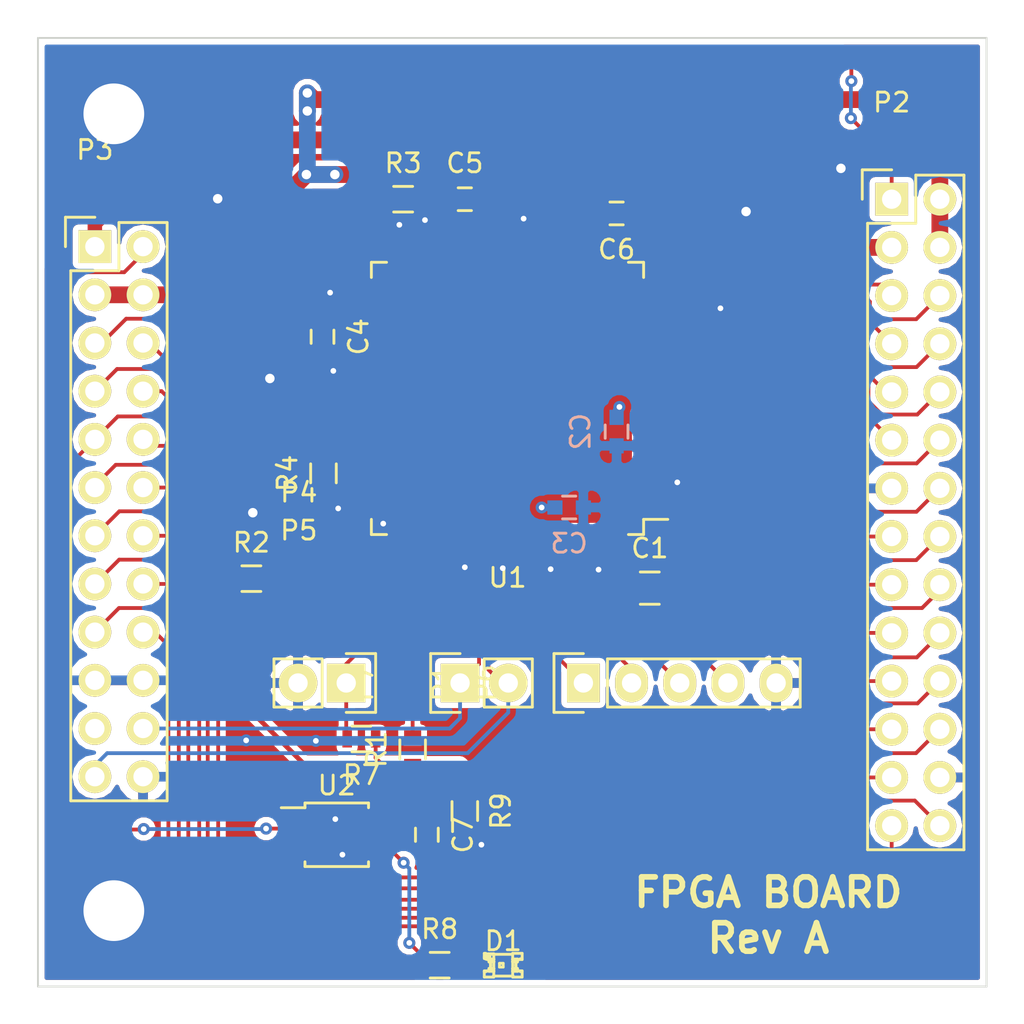
<source format=kicad_pcb>
(kicad_pcb (version 4) (host pcbnew "(2015-01-16 BZR 5376)-product")
  (layers (0 F.Cu signal) (31 B.Cu signal) (34 B.Paste user) (35 F.Paste user) (36 B.SilkS user) (37 F.SilkS user) (38 B.Mask user) (39 F.Mask user) (44 Edge.Cuts user))
  (net 0 "")
  (net 1 +3V3)
  (net 2 GND)
  (net 3 +5V)
  (net 4 /OUT_16)
  (net 5 /OUT_15)
  (net 6 /OUT_12)
  (net 7 /OUT_11)
  (net 8 /OUT_3)
  (net 9 /OUT_7)
  (net 10 /OUT_8)
  (net 11 /OUT_4)
  (net 12 /OUT_14)
  (net 13 /OUT_1)
  (net 14 /OUT_13)
  (net 15 /OUT_5)
  (net 16 /OUT_6)
  (net 17 /OUT_2)
  (net 18 /OUT_9)
  (net 19 /OUT_10)
  (net 20 /DAC_MOSI)
  (net 21 /DAC_SCLK)
  (net 22 /DAC_~SYNC)
  (net 23 /REG_EN)
  (net 24 /SPI_~CS0)
  (net 25 /SPI_~CS1)
  (net 26 /SPI_MISO)
  (net 27 /TRIGD)
  (net 28 /CAPTD)
  (net 29 /CLR)
  (net 30 /MON_5VA)
  (net 31 /TEMPS)
  (net 32 /Vb_MON)
  (net 33 /PROGRAMN)
  (net 34 /SPI_SCK)
  (net 35 /SPI_MOSI)
  (net 36 /DONE)
  (net 37 /INITN)
  (net 38 /JTAG_TMS)
  (net 39 /JTAG_TCK)
  (net 40 /JTAG_TDI)
  (net 41 /JTAG_TDO)
  (net 42 /SDA)
  (net 43 /SCL)
  (net 44 /JTAGENB)
  (net 45 /SN)
  (net 46 "Net-(U1-Pad89)")
  (net 47 "Net-(C7-Pad1)")
  (net 48 "Net-(C7-Pad2)")
  (net 49 "Net-(D1-Pad1)")
  (net 50 "Net-(R8-Pad1)")
  (net 51 "Net-(P3-Pad21)")
  (module Capacitors_SMD:C_0805 (layer F.Cu) (at 92.25 89)
    (fp_text reference C1 (at 0 -2.1) (layer F.SilkS))
    (fp_text value 10u)
    (pad 1 smd rect (at -1 0) (size 1 1.25) (layers F.Cu F.Paste F.Mask) (net 1 +3V3))
    (pad 2 smd rect (at 1 0) (size 1 1.25) (layers F.Cu F.Paste F.Mask) (net 2 GND))
  )
  (module Capacitors_SMD:C_0603 (layer B.Cu) (at 90.5 80.75 270)
    (fp_text reference C2 (at 0 1.9 270) (layer B.SilkS) (effects (justify mirror)))
    (fp_text value 1u)
    (pad 1 smd rect (at -0.75 0 270) (size 0.8 0.75) (layers B.Cu B.Paste B.Mask) (net 1 +3V3))
    (pad 2 smd rect (at 0.75 0 270) (size 0.8 0.75) (layers B.Cu B.Paste B.Mask) (net 2 GND))
  )
  (module Capacitors_SMD:C_0603 (layer B.Cu) (at 88 84.75)
    (fp_text reference C3 (at 0 1.9) (layer B.SilkS) (effects (justify mirror)))
    (fp_text value 1u)
    (pad 1 smd rect (at -0.75 0) (size 0.8 0.75) (layers B.Cu B.Paste B.Mask) (net 1 +3V3))
    (pad 2 smd rect (at 0.75 0) (size 0.8 0.75) (layers B.Cu B.Paste B.Mask) (net 2 GND))
  )
  (module Capacitors_SMD:C_0603 (layer F.Cu) (at 75 75.75 270)
    (fp_text reference C4 (at 0 -1.9 270) (layer F.SilkS))
    (fp_text value 1u)
    (pad 1 smd rect (at -0.75 0 270) (size 0.8 0.75) (layers F.Cu F.Paste F.Mask) (net 1 +3V3))
    (pad 2 smd rect (at 0.75 0 270) (size 0.8 0.75) (layers F.Cu F.Paste F.Mask) (net 2 GND))
  )
  (module Capacitors_SMD:C_0603 (layer F.Cu) (at 82.5 68.5)
    (fp_text reference C5 (at 0 -1.9) (layer F.SilkS))
    (fp_text value 1u)
    (pad 1 smd rect (at -0.75 0) (size 0.8 0.75) (layers F.Cu F.Paste F.Mask) (net 1 +3V3))
    (pad 2 smd rect (at 0.75 0) (size 0.8 0.75) (layers F.Cu F.Paste F.Mask) (net 2 GND))
  )
  (module Capacitors_SMD:C_0603 (layer F.Cu) (at 90.5 69.25 180)
    (fp_text reference C6 (at 0 -1.9 180) (layer F.SilkS))
    (fp_text value 1u)
    (pad 1 smd rect (at -0.75 0 180) (size 0.8 0.75) (layers F.Cu F.Paste F.Mask) (net 1 +3V3))
    (pad 2 smd rect (at 0.75 0 180) (size 0.8 0.75) (layers F.Cu F.Paste F.Mask) (net 2 GND))
  )
  (module Pin_Headers:Pin_Header_Straight_1x02 (layer F.Cu) (at 76.25 94 270)
    (fp_text reference P1 (at 0 -5.1 270) (layer F.SilkS))
    (fp_text value PROG)
    (pad 1 thru_hole rect (at 0 0 270) (size 2.032 2.032) (drill 1.016) (layers *.Cu *.Mask F.SilkS) (net 33 /PROGRAMN))
    (pad 2 thru_hole oval (at 0 2.54 270) (size 2.032 2.032) (drill 1.016) (layers *.Cu *.Mask F.SilkS) (net 2 GND))
  )
  (module Pin_Headers:Pin_Header_Straight_2x14 (layer F.Cu) (at 105 68.5)
    (fp_text reference P2 (at 0 -5.1) (layer F.SilkS))
    (fp_text value CONN_02X14)
    (pad 1 thru_hole rect (at 0 0) (size 1.7272 1.7272) (drill 1.016) (layers *.Cu *.Mask F.SilkS) (net 30 /MON_5VA))
    (pad 2 thru_hole oval (at 2.54 0) (size 1.7272 1.7272) (drill 1.016) (layers *.Cu *.Mask F.SilkS) (net 1 +3V3))
    (pad 3 thru_hole oval (at 0 2.54) (size 1.7272 1.7272) (drill 1.016) (layers *.Cu *.Mask F.SilkS) (net 3 +5V))
    (pad 4 thru_hole oval (at 2.54 2.54) (size 1.7272 1.7272) (drill 1.016) (layers *.Cu *.Mask F.SilkS) (net 1 +3V3))
    (pad 5 thru_hole oval (at 0 5.08) (size 1.7272 1.7272) (drill 1.016) (layers *.Cu *.Mask F.SilkS) (net 4 /OUT_16))
    (pad 6 thru_hole oval (at 2.54 5.08) (size 1.7272 1.7272) (drill 1.016) (layers *.Cu *.Mask F.SilkS) (net 5 /OUT_15))
    (pad 7 thru_hole oval (at 0 7.62) (size 1.7272 1.7272) (drill 1.016) (layers *.Cu *.Mask F.SilkS) (net 6 /OUT_12))
    (pad 8 thru_hole oval (at 2.54 7.62) (size 1.7272 1.7272) (drill 1.016) (layers *.Cu *.Mask F.SilkS) (net 7 /OUT_11))
    (pad 9 thru_hole oval (at 0 10.16) (size 1.7272 1.7272) (drill 1.016) (layers *.Cu *.Mask F.SilkS) (net 8 /OUT_3))
    (pad 10 thru_hole oval (at 2.54 10.16) (size 1.7272 1.7272) (drill 1.016) (layers *.Cu *.Mask F.SilkS) (net 9 /OUT_7))
    (pad 11 thru_hole oval (at 0 12.7) (size 1.7272 1.7272) (drill 1.016) (layers *.Cu *.Mask F.SilkS) (net 10 /OUT_8))
    (pad 12 thru_hole oval (at 2.54 12.7) (size 1.7272 1.7272) (drill 1.016) (layers *.Cu *.Mask F.SilkS) (net 11 /OUT_4))
    (pad 13 thru_hole oval (at 0 15.24) (size 1.7272 1.7272) (drill 1.016) (layers *.Cu *.Mask F.SilkS) (net 2 GND))
    (pad 14 thru_hole oval (at 2.54 15.24) (size 1.7272 1.7272) (drill 1.016) (layers *.Cu *.Mask F.SilkS) (net 12 /OUT_14))
    (pad 15 thru_hole oval (at 0 17.78) (size 1.7272 1.7272) (drill 1.016) (layers *.Cu *.Mask F.SilkS) (net 13 /OUT_1))
    (pad 16 thru_hole oval (at 2.54 17.78) (size 1.7272 1.7272) (drill 1.016) (layers *.Cu *.Mask F.SilkS) (net 14 /OUT_13))
    (pad 17 thru_hole oval (at 0 20.32) (size 1.7272 1.7272) (drill 1.016) (layers *.Cu *.Mask F.SilkS) (net 15 /OUT_5))
    (pad 18 thru_hole oval (at 2.54 20.32) (size 1.7272 1.7272) (drill 1.016) (layers *.Cu *.Mask F.SilkS) (net 16 /OUT_6))
    (pad 19 thru_hole oval (at 0 22.86) (size 1.7272 1.7272) (drill 1.016) (layers *.Cu *.Mask F.SilkS) (net 17 /OUT_2))
    (pad 20 thru_hole oval (at 2.54 22.86) (size 1.7272 1.7272) (drill 1.016) (layers *.Cu *.Mask F.SilkS) (net 18 /OUT_9))
    (pad 21 thru_hole oval (at 0 25.4) (size 1.7272 1.7272) (drill 1.016) (layers *.Cu *.Mask F.SilkS) (net 19 /OUT_10))
    (pad 22 thru_hole oval (at 2.54 25.4) (size 1.7272 1.7272) (drill 1.016) (layers *.Cu *.Mask F.SilkS) (net 20 /DAC_MOSI))
    (pad 23 thru_hole oval (at 0 27.94) (size 1.7272 1.7272) (drill 1.016) (layers *.Cu *.Mask F.SilkS) (net 21 /DAC_SCLK))
    (pad 24 thru_hole oval (at 2.54 27.94) (size 1.7272 1.7272) (drill 1.016) (layers *.Cu *.Mask F.SilkS) (net 22 /DAC_~SYNC))
    (pad 25 thru_hole oval (at 0 30.48) (size 1.7272 1.7272) (drill 1.016) (layers *.Cu *.Mask F.SilkS) (net 23 /REG_EN))
    (pad 26 thru_hole oval (at 2.54 30.48) (size 1.7272 1.7272) (drill 1.016) (layers *.Cu *.Mask F.SilkS) (net 2 GND))
    (pad 27 thru_hole oval (at 0 33.02) (size 1.7272 1.7272) (drill 1.016) (layers *.Cu *.Mask F.SilkS) (net 31 /TEMPS))
    (pad 28 thru_hole oval (at 2.54 33.02) (size 1.7272 1.7272) (drill 1.016) (layers *.Cu *.Mask F.SilkS) (net 32 /Vb_MON))
  )
  (module Measurement_Points:Measurement_Point_Round-SMD-Pad_Small (layer F.Cu) (at 73.75 86.5)
    (fp_text reference P4 (at 0 -2.54) (layer F.SilkS))
    (fp_text value DONE)
    (pad 1 smd circle (at 0 0) (size 1.524 1.524) (layers F.Cu F.Paste F.Mask) (net 36 /DONE))
  )
  (module Measurement_Points:Measurement_Point_Round-SMD-Pad_Small (layer F.Cu) (at 73.75 88.5)
    (fp_text reference P5 (at 0 -2.54) (layer F.SilkS))
    (fp_text value INITN)
    (pad 1 smd circle (at 0 0) (size 1.524 1.524) (layers F.Cu F.Paste F.Mask) (net 37 /INITN))
  )
  (module Pin_Headers:Pin_Header_Straight_1x05 (layer F.Cu) (at 88.75 94 90)
    (fp_text reference P6 (at 0 -5.1 90) (layer F.SilkS))
    (fp_text value JTAG)
    (pad 1 thru_hole rect (at 0 0 90) (size 2.032 1.7272) (drill 1.016) (layers *.Cu *.Mask F.SilkS) (net 38 /JTAG_TMS))
    (pad 2 thru_hole oval (at 0 2.54 90) (size 2.032 1.7272) (drill 1.016) (layers *.Cu *.Mask F.SilkS) (net 39 /JTAG_TCK))
    (pad 3 thru_hole oval (at 0 5.08 90) (size 2.032 1.7272) (drill 1.016) (layers *.Cu *.Mask F.SilkS) (net 40 /JTAG_TDI))
    (pad 4 thru_hole oval (at 0 7.62 90) (size 2.032 1.7272) (drill 1.016) (layers *.Cu *.Mask F.SilkS) (net 41 /JTAG_TDO))
    (pad 5 thru_hole oval (at 0 10.16 90) (size 2.032 1.7272) (drill 1.016) (layers *.Cu *.Mask F.SilkS) (net 2 GND))
  )
  (module Pin_Headers:Pin_Header_Straight_1x02 (layer F.Cu) (at 82.25 94 90)
    (fp_text reference P7 (at 0 -5.1 90) (layer F.SilkS))
    (fp_text value I2C)
    (pad 1 thru_hole rect (at 0 0 90) (size 2.032 2.032) (drill 1.016) (layers *.Cu *.Mask F.SilkS) (net 42 /SDA))
    (pad 2 thru_hole oval (at 0 2.54 90) (size 2.032 2.032) (drill 1.016) (layers *.Cu *.Mask F.SilkS) (net 43 /SCL))
  )
  (module Resistors_SMD:R_0603 (layer F.Cu) (at 79.75 97.5 90)
    (fp_text reference R1 (at 0 -1.9 90) (layer F.SilkS))
    (fp_text value 10k)
    (pad 1 smd rect (at -0.75 0 90) (size 0.5 0.9) (layers F.Cu F.Paste F.Mask) (net 1 +3V3))
    (pad 2 smd rect (at 0.75 0 90) (size 0.5 0.9) (layers F.Cu F.Paste F.Mask) (net 44 /JTAGENB))
  )
  (module Resistors_SMD:R_0603 (layer F.Cu) (at 71.25 88.5)
    (fp_text reference R2 (at 0 -1.9) (layer F.SilkS))
    (fp_text value 10k)
    (pad 1 smd rect (at -0.75 0) (size 0.5 0.9) (layers F.Cu F.Paste F.Mask) (net 1 +3V3))
    (pad 2 smd rect (at 0.75 0) (size 0.5 0.9) (layers F.Cu F.Paste F.Mask) (net 37 /INITN))
  )
  (module Resistors_SMD:R_0603 (layer F.Cu) (at 79.25 68.5)
    (fp_text reference R3 (at 0 -1.9) (layer F.SilkS))
    (fp_text value 10k)
    (pad 1 smd rect (at -0.75 0) (size 0.5 0.9) (layers F.Cu F.Paste F.Mask) (net 1 +3V3))
    (pad 2 smd rect (at 0.75 0) (size 0.5 0.9) (layers F.Cu F.Paste F.Mask) (net 45 /SN))
  )
  (module Resistors_SMD:R_0603 (layer F.Cu) (at 75.05 82.95 90)
    (fp_text reference R4 (at 0 -1.9 90) (layer F.SilkS))
    (fp_text value 10k)
    (pad 1 smd rect (at -0.75 0 90) (size 0.5 0.9) (layers F.Cu F.Paste F.Mask) (net 2 GND))
    (pad 2 smd rect (at 0.75 0 90) (size 0.5 0.9) (layers F.Cu F.Paste F.Mask) (net 29 /CLR))
  )
  (module QFP:TQFP-100_14x14mm_Pitch0.5mm (layer F.Cu) (at 84.75 79 180)
    (fp_text reference U1 (at 0 -9.45 180) (layer F.SilkS))
    (fp_text value LCMXO2-2000-TQFP100)
    (pad 1 smd rect (at -7.7 -6 180) (size 1.5 0.3) (layers F.Cu F.Paste F.Mask) (net 2 GND))
    (pad 2 smd rect (at -7.7 -5.5 180) (size 1.5 0.3) (layers F.Cu F.Paste F.Mask) (net 2 GND))
    (pad 3 smd rect (at -7.7 -5 180) (size 1.5 0.3) (layers F.Cu F.Paste F.Mask) (net 2 GND))
    (pad 4 smd rect (at -7.7 -4.5 180) (size 1.5 0.3) (layers F.Cu F.Paste F.Mask) (net 2 GND))
    (pad 5 smd rect (at -7.7 -4 180) (size 1.5 0.3) (layers F.Cu F.Paste F.Mask) (net 1 +3V3))
    (pad 6 smd rect (at -7.7 -3.5 180) (size 1.5 0.3) (layers F.Cu F.Paste F.Mask) (net 2 GND))
    (pad 7 smd rect (at -7.7 -3 180) (size 1.5 0.3) (layers F.Cu F.Paste F.Mask) (net 19 /OUT_10))
    (pad 8 smd rect (at -7.7 -2.5 180) (size 1.5 0.3) (layers F.Cu F.Paste F.Mask) (net 18 /OUT_9))
    (pad 9 smd rect (at -7.7 -2 180) (size 1.5 0.3) (layers F.Cu F.Paste F.Mask) (net 17 /OUT_2))
    (pad 10 smd rect (at -7.7 -1.5 180) (size 1.5 0.3) (layers F.Cu F.Paste F.Mask) (net 16 /OUT_6))
    (pad 11 smd rect (at -7.7 -1 180) (size 1.5 0.3) (layers F.Cu F.Paste F.Mask) (net 1 +3V3))
    (pad 12 smd rect (at -7.7 -0.5 180) (size 1.5 0.3) (layers F.Cu F.Paste F.Mask) (net 15 /OUT_5))
    (pad 13 smd rect (at -7.7 0 180) (size 1.5 0.3) (layers F.Cu F.Paste F.Mask) (net 14 /OUT_13))
    (pad 14 smd rect (at -7.7 0.5 180) (size 1.5 0.3) (layers F.Cu F.Paste F.Mask) (net 13 /OUT_1))
    (pad 15 smd rect (at -7.7 1 180) (size 1.5 0.3) (layers F.Cu F.Paste F.Mask) (net 12 /OUT_14))
    (pad 16 smd rect (at -7.7 1.5 180) (size 1.5 0.3) (layers F.Cu F.Paste F.Mask) (net 11 /OUT_4))
    (pad 17 smd rect (at -7.7 2 180) (size 1.5 0.3) (layers F.Cu F.Paste F.Mask) (net 10 /OUT_8))
    (pad 18 smd rect (at -7.7 2.5 180) (size 1.5 0.3) (layers F.Cu F.Paste F.Mask) (net 9 /OUT_7))
    (pad 19 smd rect (at -7.7 3 180) (size 1.5 0.3) (layers F.Cu F.Paste F.Mask) (net 8 /OUT_3))
    (pad 20 smd rect (at -7.7 3.5 180) (size 1.5 0.3) (layers F.Cu F.Paste F.Mask) (net 7 /OUT_11))
    (pad 21 smd rect (at -7.7 4 180) (size 1.5 0.3) (layers F.Cu F.Paste F.Mask) (net 6 /OUT_12))
    (pad 22 smd rect (at -7.7 4.5 180) (size 1.5 0.3) (layers F.Cu F.Paste F.Mask) (net 2 GND))
    (pad 23 smd rect (at -7.7 5 180) (size 1.5 0.3) (layers F.Cu F.Paste F.Mask) (net 1 +3V3))
    (pad 24 smd rect (at -7.7 5.5 180) (size 1.5 0.3) (layers F.Cu F.Paste F.Mask) (net 5 /OUT_15))
    (pad 25 smd rect (at -7.7 6 180) (size 1.5 0.3) (layers F.Cu F.Paste F.Mask) (net 4 /OUT_16))
    (pad 26 smd rect (at -6 7.7 270) (size 1.5 0.3) (layers F.Cu F.Paste F.Mask) (net 1 +3V3))
    (pad 27 smd rect (at -5.5 7.7 270) (size 1.5 0.3) (layers F.Cu F.Paste F.Mask) (net 2 GND))
    (pad 28 smd rect (at -5 7.7 270) (size 1.5 0.3) (layers F.Cu F.Paste F.Mask) (net 2 GND))
    (pad 29 smd rect (at -4.5 7.7 270) (size 1.5 0.3) (layers F.Cu F.Paste F.Mask) (net 2 GND))
    (pad 30 smd rect (at -4 7.7 270) (size 1.5 0.3) (layers F.Cu F.Paste F.Mask) (net 2 GND))
    (pad 31 smd rect (at -3.5 7.7 270) (size 1.5 0.3) (layers F.Cu F.Paste F.Mask) (net 2 GND))
    (pad 32 smd rect (at -3 7.7 270) (size 1.5 0.3) (layers F.Cu F.Paste F.Mask) (net 2 GND))
    (pad 33 smd rect (at -2.5 7.7 270) (size 1.5 0.3) (layers F.Cu F.Paste F.Mask) (net 2 GND))
    (pad 34 smd rect (at -2 7.7 270) (size 1.5 0.3) (layers F.Cu F.Paste F.Mask) (net 2 GND))
    (pad 35 smd rect (at -1.5 7.7 270) (size 1.5 0.3) (layers F.Cu F.Paste F.Mask) (net 2 GND))
    (pad 36 smd rect (at -1 7.7 270) (size 1.5 0.3) (layers F.Cu F.Paste F.Mask) (net 2 GND))
    (pad 37 smd rect (at -0.5 7.7 270) (size 1.5 0.3) (layers F.Cu F.Paste F.Mask) (net 2 GND))
    (pad 38 smd rect (at 0 7.7 270) (size 1.5 0.3) (layers F.Cu F.Paste F.Mask) (net 2 GND))
    (pad 39 smd rect (at 0.5 7.7 270) (size 1.5 0.3) (layers F.Cu F.Paste F.Mask) (net 2 GND))
    (pad 40 smd rect (at 1 7.7 270) (size 1.5 0.3) (layers F.Cu F.Paste F.Mask) (net 2 GND))
    (pad 41 smd rect (at 1.5 7.7 270) (size 1.5 0.3) (layers F.Cu F.Paste F.Mask) (net 2 GND))
    (pad 42 smd rect (at 2 7.7 270) (size 1.5 0.3) (layers F.Cu F.Paste F.Mask) (net 2 GND))
    (pad 43 smd rect (at 2.5 7.7 270) (size 1.5 0.3) (layers F.Cu F.Paste F.Mask) (net 2 GND))
    (pad 44 smd rect (at 3 7.7 270) (size 1.5 0.3) (layers F.Cu F.Paste F.Mask) (net 2 GND))
    (pad 45 smd rect (at 3.5 7.7 270) (size 1.5 0.3) (layers F.Cu F.Paste F.Mask) (net 2 GND))
    (pad 46 smd rect (at 4 7.7 270) (size 1.5 0.3) (layers F.Cu F.Paste F.Mask) (net 1 +3V3))
    (pad 47 smd rect (at 4.5 7.7 270) (size 1.5 0.3) (layers F.Cu F.Paste F.Mask) (net 2 GND))
    (pad 48 smd rect (at 5 7.7 270) (size 1.5 0.3) (layers F.Cu F.Paste F.Mask) (net 45 /SN))
    (pad 49 smd rect (at 5.5 7.7 270) (size 1.5 0.3) (layers F.Cu F.Paste F.Mask) (net 2 GND))
    (pad 50 smd rect (at 6 7.7 270) (size 1.5 0.3) (layers F.Cu F.Paste F.Mask) (net 1 +3V3))
    (pad 51 smd rect (at 7.7 6 180) (size 1.5 0.3) (layers F.Cu F.Paste F.Mask) (net 2 GND))
    (pad 52 smd rect (at 7.7 5.5 180) (size 1.5 0.3) (layers F.Cu F.Paste F.Mask) (net 2 GND))
    (pad 53 smd rect (at 7.7 5 180) (size 1.5 0.3) (layers F.Cu F.Paste F.Mask) (net 2 GND))
    (pad 54 smd rect (at 7.7 4.5 180) (size 1.5 0.3) (layers F.Cu F.Paste F.Mask) (net 2 GND))
    (pad 55 smd rect (at 7.7 4 180) (size 1.5 0.3) (layers F.Cu F.Paste F.Mask) (net 1 +3V3))
    (pad 56 smd rect (at 7.7 3.5 180) (size 1.5 0.3) (layers F.Cu F.Paste F.Mask) (net 2 GND))
    (pad 57 smd rect (at 7.7 3 180) (size 1.5 0.3) (layers F.Cu F.Paste F.Mask) (net 2 GND))
    (pad 58 smd rect (at 7.7 2.5 180) (size 1.5 0.3) (layers F.Cu F.Paste F.Mask) (net 2 GND))
    (pad 59 smd rect (at 7.7 2 180) (size 1.5 0.3) (layers F.Cu F.Paste F.Mask) (net 2 GND))
    (pad 60 smd rect (at 7.7 1.5 180) (size 1.5 0.3) (layers F.Cu F.Paste F.Mask) (net 2 GND))
    (pad 61 smd rect (at 7.7 1 180) (size 1.5 0.3) (layers F.Cu F.Paste F.Mask) (net 2 GND))
    (pad 62 smd rect (at 7.7 0.5 180) (size 1.5 0.3) (layers F.Cu F.Paste F.Mask) (net 2 GND))
    (pad 63 smd rect (at 7.7 0 180) (size 1.5 0.3) (layers F.Cu F.Paste F.Mask) (net 34 /SPI_SCK))
    (pad 64 smd rect (at 7.7 -0.5 180) (size 1.5 0.3) (layers F.Cu F.Paste F.Mask) (net 24 /SPI_~CS0))
    (pad 65 smd rect (at 7.7 -1 180) (size 1.5 0.3) (layers F.Cu F.Paste F.Mask) (net 35 /SPI_MOSI))
    (pad 66 smd rect (at 7.7 -1.5 180) (size 1.5 0.3) (layers F.Cu F.Paste F.Mask) (net 26 /SPI_MISO))
    (pad 67 smd rect (at 7.7 -2 180) (size 1.5 0.3) (layers F.Cu F.Paste F.Mask) (net 27 /TRIGD))
    (pad 68 smd rect (at 7.7 -2.5 180) (size 1.5 0.3) (layers F.Cu F.Paste F.Mask) (net 28 /CAPTD))
    (pad 69 smd rect (at 7.7 -3 180) (size 1.5 0.3) (layers F.Cu F.Paste F.Mask) (net 29 /CLR))
    (pad 70 smd rect (at 7.7 -3.5 180) (size 1.5 0.3) (layers F.Cu F.Paste F.Mask) (net 25 /SPI_~CS1))
    (pad 71 smd rect (at 7.7 -4 180) (size 1.5 0.3) (layers F.Cu F.Paste F.Mask) (net 2 GND))
    (pad 72 smd rect (at 7.7 -4.5 180) (size 1.5 0.3) (layers F.Cu F.Paste F.Mask) (net 2 GND))
    (pad 73 smd rect (at 7.7 -5 180) (size 1.5 0.3) (layers F.Cu F.Paste F.Mask) (net 1 +3V3))
    (pad 74 smd rect (at 7.7 -5.5 180) (size 1.5 0.3) (layers F.Cu F.Paste F.Mask) (net 2 GND))
    (pad 75 smd rect (at 7.7 -6 180) (size 1.5 0.3) (layers F.Cu F.Paste F.Mask) (net 2 GND))
    (pad 76 smd rect (at 6 -7.7 270) (size 1.5 0.3) (layers F.Cu F.Paste F.Mask) (net 36 /DONE))
    (pad 77 smd rect (at 5.5 -7.7 270) (size 1.5 0.3) (layers F.Cu F.Paste F.Mask) (net 37 /INITN))
    (pad 78 smd rect (at 5 -7.7 270) (size 1.5 0.3) (layers F.Cu F.Paste F.Mask) (net 2 GND))
    (pad 79 smd rect (at 4.5 -7.7 270) (size 1.5 0.3) (layers F.Cu F.Paste F.Mask) (net 2 GND))
    (pad 80 smd rect (at 4 -7.7 270) (size 1.5 0.3) (layers F.Cu F.Paste F.Mask) (net 1 +3V3))
    (pad 81 smd rect (at 3.5 -7.7 270) (size 1.5 0.3) (layers F.Cu F.Paste F.Mask) (net 33 /PROGRAMN))
    (pad 82 smd rect (at 3 -7.7 270) (size 1.5 0.3) (layers F.Cu F.Paste F.Mask) (net 44 /JTAGENB))
    (pad 83 smd rect (at 2.5 -7.7 270) (size 1.5 0.3) (layers F.Cu F.Paste F.Mask) (net 2 GND))
    (pad 84 smd rect (at 2 -7.7 270) (size 1.5 0.3) (layers F.Cu F.Paste F.Mask) (net 2 GND))
    (pad 85 smd rect (at 1.5 -7.7 270) (size 1.5 0.3) (layers F.Cu F.Paste F.Mask) (net 42 /SDA))
    (pad 86 smd rect (at 1 -7.7 270) (size 1.5 0.3) (layers F.Cu F.Paste F.Mask) (net 43 /SCL))
    (pad 87 smd rect (at 0.5 -7.7 270) (size 1.5 0.3) (layers F.Cu F.Paste F.Mask) (net 2 GND))
    (pad 88 smd rect (at 0 -7.7 270) (size 1.5 0.3) (layers F.Cu F.Paste F.Mask) (net 2 GND))
    (pad 89 smd rect (at -0.5 -7.7 270) (size 1.5 0.3) (layers F.Cu F.Paste F.Mask) (net 46 "Net-(U1-Pad89)"))
    (pad 90 smd rect (at -1 -7.7 270) (size 1.5 0.3) (layers F.Cu F.Paste F.Mask) (net 38 /JTAG_TMS))
    (pad 91 smd rect (at -1.5 -7.7 270) (size 1.5 0.3) (layers F.Cu F.Paste F.Mask) (net 39 /JTAG_TCK))
    (pad 92 smd rect (at -2 -7.7 270) (size 1.5 0.3) (layers F.Cu F.Paste F.Mask) (net 2 GND))
    (pad 93 smd rect (at -2.5 -7.7 270) (size 1.5 0.3) (layers F.Cu F.Paste F.Mask) (net 1 +3V3))
    (pad 94 smd rect (at -3 -7.7 270) (size 1.5 0.3) (layers F.Cu F.Paste F.Mask) (net 40 /JTAG_TDI))
    (pad 95 smd rect (at -3.5 -7.7 270) (size 1.5 0.3) (layers F.Cu F.Paste F.Mask) (net 41 /JTAG_TDO))
    (pad 96 smd rect (at -4 -7.7 270) (size 1.5 0.3) (layers F.Cu F.Paste F.Mask) (net 2 GND))
    (pad 97 smd rect (at -4.5 -7.7 270) (size 1.5 0.3) (layers F.Cu F.Paste F.Mask) (net 2 GND))
    (pad 98 smd rect (at -5 -7.7 270) (size 1.5 0.3) (layers F.Cu F.Paste F.Mask) (net 2 GND))
    (pad 99 smd rect (at -5.5 -7.7 270) (size 1.5 0.3) (layers F.Cu F.Paste F.Mask) (net 2 GND))
    (pad 100 smd rect (at -6 -7.7 270) (size 1.5 0.3) (layers F.Cu F.Paste F.Mask) (net 1 +3V3))
  )
  (module Pin_Headers:Pin_Header_Straight_2x12 (layer F.Cu) (at 63 71)
    (fp_text reference P3 (at 0 -5.1) (layer F.SilkS))
    (fp_text value CONN_02X12)
    (pad 1 thru_hole rect (at 0 0) (size 1.7272 1.7272) (drill 1.016) (layers *.Cu *.Mask F.SilkS) (net 3 +5V))
    (pad 2 thru_hole oval (at 2.54 0) (size 1.7272 1.7272) (drill 1.016) (layers *.Cu *.Mask F.SilkS) (net 30 /MON_5VA))
    (pad 3 thru_hole oval (at 0 2.54) (size 1.7272 1.7272) (drill 1.016) (layers *.Cu *.Mask F.SilkS) (net 1 +3V3))
    (pad 4 thru_hole oval (at 2.54 2.54) (size 1.7272 1.7272) (drill 1.016) (layers *.Cu *.Mask F.SilkS) (net 1 +3V3))
    (pad 5 thru_hole oval (at 0 5.08) (size 1.7272 1.7272) (drill 1.016) (layers *.Cu *.Mask F.SilkS) (net 34 /SPI_SCK))
    (pad 6 thru_hole oval (at 2.54 5.08) (size 1.7272 1.7272) (drill 1.016) (layers *.Cu *.Mask F.SilkS) (net 24 /SPI_~CS0))
    (pad 7 thru_hole oval (at 0 7.62) (size 1.7272 1.7272) (drill 1.016) (layers *.Cu *.Mask F.SilkS) (net 35 /SPI_MOSI))
    (pad 8 thru_hole oval (at 2.54 7.62) (size 1.7272 1.7272) (drill 1.016) (layers *.Cu *.Mask F.SilkS) (net 26 /SPI_MISO))
    (pad 9 thru_hole oval (at 0 10.16) (size 1.7272 1.7272) (drill 1.016) (layers *.Cu *.Mask F.SilkS) (net 27 /TRIGD))
    (pad 10 thru_hole oval (at 2.54 10.16) (size 1.7272 1.7272) (drill 1.016) (layers *.Cu *.Mask F.SilkS) (net 28 /CAPTD))
    (pad 11 thru_hole oval (at 0 12.7) (size 1.7272 1.7272) (drill 1.016) (layers *.Cu *.Mask F.SilkS) (net 29 /CLR))
    (pad 12 thru_hole oval (at 2.54 12.7) (size 1.7272 1.7272) (drill 1.016) (layers *.Cu *.Mask F.SilkS) (net 25 /SPI_~CS1))
    (pad 13 thru_hole oval (at 0 15.24) (size 1.7272 1.7272) (drill 1.016) (layers *.Cu *.Mask F.SilkS) (net 20 /DAC_MOSI))
    (pad 14 thru_hole oval (at 2.54 15.24) (size 1.7272 1.7272) (drill 1.016) (layers *.Cu *.Mask F.SilkS) (net 21 /DAC_SCLK))
    (pad 15 thru_hole oval (at 0 17.78) (size 1.7272 1.7272) (drill 1.016) (layers *.Cu *.Mask F.SilkS) (net 22 /DAC_~SYNC))
    (pad 16 thru_hole oval (at 2.54 17.78) (size 1.7272 1.7272) (drill 1.016) (layers *.Cu *.Mask F.SilkS) (net 23 /REG_EN))
    (pad 17 thru_hole oval (at 0 20.32) (size 1.7272 1.7272) (drill 1.016) (layers *.Cu *.Mask F.SilkS) (net 32 /Vb_MON))
    (pad 18 thru_hole oval (at 2.54 20.32) (size 1.7272 1.7272) (drill 1.016) (layers *.Cu *.Mask F.SilkS) (net 31 /TEMPS))
    (pad 19 thru_hole oval (at 0 22.86) (size 1.7272 1.7272) (drill 1.016) (layers *.Cu *.Mask F.SilkS) (net 2 GND))
    (pad 20 thru_hole oval (at 2.54 22.86) (size 1.7272 1.7272) (drill 1.016) (layers *.Cu *.Mask F.SilkS) (net 2 GND))
    (pad 21 thru_hole oval (at 0 25.4) (size 1.7272 1.7272) (drill 1.016) (layers *.Cu *.Mask F.SilkS) (net 51 "Net-(P3-Pad21)"))
    (pad 22 thru_hole oval (at 2.54 25.4) (size 1.7272 1.7272) (drill 1.016) (layers *.Cu *.Mask F.SilkS) (net 42 /SDA))
    (pad 23 thru_hole oval (at 0 27.94) (size 1.7272 1.7272) (drill 1.016) (layers *.Cu *.Mask F.SilkS) (net 43 /SCL))
    (pad 24 thru_hole oval (at 2.54 27.94) (size 1.7272 1.7272) (drill 1.016) (layers *.Cu *.Mask F.SilkS) (net 2 GND))
  )
  (module Resistors_SMD:R_0603 (layer F.Cu) (at 77.05 96.95 180)
    (fp_text reference R7 (at 0 -1.9 180) (layer F.SilkS))
    (fp_text value 10k)
    (pad 1 smd rect (at -0.75 0 180) (size 0.5 0.9) (layers F.Cu F.Paste F.Mask) (net 1 +3V3))
    (pad 2 smd rect (at 0.75 0 180) (size 0.5 0.9) (layers F.Cu F.Paste F.Mask) (net 33 /PROGRAMN))
  )
  (module Capacitors_SMD:C_0603 (layer F.Cu) (at 80.5 102 270)
    (fp_text reference C7 (at 0 -1.9 270) (layer F.SilkS))
    (fp_text value 1u)
    (pad 1 smd rect (at -0.75 0 270) (size 0.8 0.75) (layers F.Cu F.Paste F.Mask) (net 47 "Net-(C7-Pad1)"))
    (pad 2 smd rect (at 0.75 0 270) (size 0.8 0.75) (layers F.Cu F.Paste F.Mask) (net 48 "Net-(C7-Pad2)"))
  )
  (module LEDs:LED-0805 (layer F.Cu) (at 84.525 108.875)
    (fp_text reference D1 (at 0 -1.27) (layer F.SilkS))
    (fp_text value LED)
    (pad 2 smd rect (at 1.04902 0 180) (size 1.19888 1.19888) (layers F.Cu F.Paste F.Mask) (net 2 GND))
    (pad 1 smd rect (at -1.04902 0 180) (size 1.19888 1.19888) (layers F.Cu F.Paste F.Mask) (net 49 "Net-(D1-Pad1)"))
  )
  (module Resistors_SMD:R_0603 (layer F.Cu) (at 81.175 108.875)
    (fp_text reference R8 (at 0 -1.9) (layer F.SilkS))
    (fp_text value 330)
    (pad 1 smd rect (at -0.75 0) (size 0.5 0.9) (layers F.Cu F.Paste F.Mask) (net 50 "Net-(R8-Pad1)"))
    (pad 2 smd rect (at 0.75 0) (size 0.5 0.9) (layers F.Cu F.Paste F.Mask) (net 49 "Net-(D1-Pad1)"))
  )
  (module Resistors_SMD:R_0603 (layer F.Cu) (at 82.5 100.75 270)
    (fp_text reference R9 (at 0 -1.9 270) (layer F.SilkS))
    (fp_text value 220k)
    (pad 1 smd rect (at -0.75 0 270) (size 0.5 0.9) (layers F.Cu F.Paste F.Mask) (net 1 +3V3))
    (pad 2 smd rect (at 0.75 0 270) (size 0.5 0.9) (layers F.Cu F.Paste F.Mask) (net 47 "Net-(C7-Pad1)"))
  )
  (module SSOP_Packages:MSOP-8_3x3mm_Pitch0.65mm (layer F.Cu) (at 75.75 102)
    (fp_text reference U2 (at 0 -2.6) (layer F.SilkS))
    (fp_text value SN74LVC1G123)
    (pad 1 smd rect (at -2.2 -0.975) (size 1.45 0.45) (layers F.Cu F.Paste F.Mask) (net 2 GND))
    (pad 2 smd rect (at -2.2 -0.325) (size 1.45 0.45) (layers F.Cu F.Paste F.Mask) (net 27 /TRIGD))
    (pad 3 smd rect (at -2.2 0.325) (size 1.45 0.45) (layers F.Cu F.Paste F.Mask) (net 1 +3V3))
    (pad 4 smd rect (at -2.2 0.975) (size 1.45 0.45) (layers F.Cu F.Paste F.Mask) (net 2 GND))
    (pad 5 smd rect (at 2.2 0.975) (size 1.45 0.45) (layers F.Cu F.Paste F.Mask) (net 50 "Net-(R8-Pad1)"))
    (pad 6 smd rect (at 2.2 0.325) (size 1.45 0.45) (layers F.Cu F.Paste F.Mask) (net 48 "Net-(C7-Pad2)"))
    (pad 7 smd rect (at 2.2 -0.325) (size 1.45 0.45) (layers F.Cu F.Paste F.Mask) (net 47 "Net-(C7-Pad1)"))
    (pad 8 smd rect (at 2.2 -0.975) (size 1.45 0.45) (layers F.Cu F.Paste F.Mask) (net 1 +3V3))
  )
  (gr_text "FPGA BOARD\nRev A" (at 98.5 106.25) (layer F.SilkS) (effects (font (size 1.5 1.5) (thickness 0.3))))
  (gr_line (start 60 110) (end 60 60) (angle 90) (layer Edge.Cuts) (width 0.1))
  (gr_line (start 110 110) (end 60 110) (angle 90) (layer Edge.Cuts) (width 0.1))
  (gr_line (start 110 60) (end 110 110) (angle 90) (layer Edge.Cuts) (width 0.1))
  (gr_line (start 60 60) (end 110 60) (angle 90) (layer Edge.Cuts) (width 0.1))
  (segment (start 107.54 71.04) (end 107.54 68.5) (width 0.885) (layer F.Cu) (net 1))
  (segment (start 107.54 68.5) (end 107.54 66.49) (width 0.885) (layer F.Cu) (net 1))
  (segment (start 107.54 66.49) (end 104.3 63.25) (width 0.885) (layer F.Cu) (net 1))
  (segment (start 104.3 63.25) (end 74.55 63.25) (width 0.885) (layer F.Cu) (net 1))
  (segment (start 74.55 63.25) (end 74.2 62.9) (width 0.885) (layer F.Cu) (net 1))
  (segment (start 74.2 63.85) (end 74.2 62.9) (width 0.885) (layer B.Cu) (net 1))
  (via (at 74.2 62.9) (size 0.885) (drill 0.5) (layers F.Cu B.Cu) (net 1))
  (via (at 74.2 63.85) (size 0.885) (drill 0.5) (layers F.Cu B.Cu) (net 1))
  (segment (start 74.2 62.9) (end 74.2 63.85) (width 0.885) (layer F.Cu) (net 1))
  (segment (start 74.15 67.2) (end 74.2 67.15) (width 0.885) (layer B.Cu) (net 1))
  (segment (start 74.2 67.15) (end 74.2 63.85) (width 0.885) (layer B.Cu) (net 1))
  (via (at 75.65 67.2) (size 0.885) (drill 0.5) (layers F.Cu B.Cu) (net 1))
  (segment (start 74.15 67.2) (end 75.65 67.2) (width 0.885) (layer B.Cu) (net 1))
  (segment (start 74.3 67.2) (end 74.15 67.2) (width 0.885) (layer F.Cu) (net 1))
  (via (at 74.15 67.2) (size 0.885) (drill 0.5) (layers F.Cu B.Cu) (net 1))
  (segment (start 65.54 73.54) (end 67.81 73.54) (width 0.885) (layer F.Cu) (net 1))
  (segment (start 76.85 67) (end 92.4 67) (width 0.508) (layer F.Cu) (net 1))
  (segment (start 92.4 67) (end 92.95 67.55) (width 0.508) (layer F.Cu) (net 1))
  (segment (start 92.95 67.55) (end 92.95 69.75) (width 0.508) (layer F.Cu) (net 1))
  (segment (start 76.65 67.2) (end 76.85 67) (width 0.885) (layer F.Cu) (net 1))
  (segment (start 74.3 67.2) (end 75.65 67.2) (width 0.885) (layer F.Cu) (net 1))
  (segment (start 75.65 67.2) (end 76.65 67.2) (width 0.885) (layer F.Cu) (net 1))
  (segment (start 67.81 73.54) (end 74.15 67.2) (width 0.885) (layer F.Cu) (net 1))
  (segment (start 77.8 96.95) (end 77.8 97.95) (width 0.2) (layer F.Cu) (net 1))
  (segment (start 77.8 97.95) (end 78.1 98.25) (width 0.2) (layer F.Cu) (net 1))
  (segment (start 79.75 98.25) (end 82.25 98.25) (width 0.2) (layer F.Cu) (net 1))
  (segment (start 91.25 69.25) (end 92.45 69.25) (width 0.508) (layer F.Cu) (net 1))
  (segment (start 92.45 69.25) (end 92.95 69.75) (width 0.508) (layer F.Cu) (net 1))
  (segment (start 78.75 71.3) (end 78.75 70.85) (width 0.2) (layer F.Cu) (net 1))
  (segment (start 78.75 70.85) (end 78.275 70.375) (width 0.2) (layer F.Cu) (net 1))
  (segment (start 78.275 70.375) (end 78.275 68.725) (width 0.2) (layer F.Cu) (net 1))
  (segment (start 78.275 68.725) (end 78.5 68.5) (width 0.2) (layer F.Cu) (net 1))
  (segment (start 80.75 71.3) (end 80.75 70.175) (width 0.2) (layer F.Cu) (net 1))
  (segment (start 81.75 69.175) (end 81.75 68.5) (width 0.2) (layer F.Cu) (net 1))
  (segment (start 80.75 70.175) (end 81.75 69.175) (width 0.2) (layer F.Cu) (net 1))
  (segment (start 75 75) (end 77.05 75) (width 0.2) (layer F.Cu) (net 1))
  (via (at 86.55 84.75) (size 0.635) (layers F.Cu B.Cu) (net 1))
  (segment (start 86.55 84.75) (end 86.55 85) (width 0.381) (layer F.Cu) (net 1))
  (segment (start 86.55 84.75) (end 86.55 85) (width 0.381) (layer F.Cu) (net 1))
  (segment (start 87.25 84.75) (end 86.55 84.75) (width 0.381) (layer B.Cu) (net 1))
  (segment (start 79.75 98.25) (end 78.1 98.25) (width 0.254) (layer F.Cu) (net 1))
  (segment (start 77.75 98.25) (end 74 98.25) (width 0.254) (layer F.Cu) (net 1))
  (segment (start 78.1 98.25) (end 77.75 98.25) (width 0.254) (layer F.Cu) (net 1))
  (segment (start 70.6 94.85) (end 70.6 90.05) (width 0.254) (layer F.Cu) (net 1))
  (segment (start 74 98.25) (end 70.6 94.85) (width 0.254) (layer F.Cu) (net 1))
  (segment (start 80.75 86.7) (end 80.75 87.6) (width 0.254) (layer F.Cu) (net 1))
  (segment (start 80.75 87.6) (end 77.85 90.5) (width 0.254) (layer F.Cu) (net 1))
  (segment (start 77.85 90.5) (end 71.05 90.5) (width 0.254) (layer F.Cu) (net 1))
  (segment (start 71.05 90.5) (end 70.6 90.05) (width 0.254) (layer F.Cu) (net 1))
  (segment (start 70.5 89.95) (end 70.5 88.5) (width 0.254) (layer F.Cu) (net 1))
  (segment (start 70.6 90.05) (end 70.5 89.95) (width 0.254) (layer F.Cu) (net 1))
  (segment (start 77.05 75) (end 78.15 75) (width 0.254) (layer F.Cu) (net 1))
  (segment (start 78.15 75) (end 78.5 74.65) (width 0.254) (layer F.Cu) (net 1))
  (segment (start 78.75 71.3) (end 78.75 72.25) (width 0.254) (layer F.Cu) (net 1))
  (segment (start 78.75 72.25) (end 79.5 73) (width 0.254) (layer F.Cu) (net 1))
  (segment (start 80.75 71.3) (end 80.75 73) (width 0.254) (layer F.Cu) (net 1))
  (segment (start 80.75 73) (end 80.75 72.75) (width 0.254) (layer F.Cu) (net 1))
  (segment (start 80.75 72.75) (end 80.75 73) (width 0.254) (layer F.Cu) (net 1))
  (segment (start 92.45 74) (end 91.1 74) (width 0.254) (layer F.Cu) (net 1))
  (segment (start 91.1 74) (end 90.65 73.55) (width 0.254) (layer F.Cu) (net 1))
  (segment (start 90.75 71.3) (end 90.75 72.2) (width 0.254) (layer F.Cu) (net 1))
  (segment (start 90.75 72.2) (end 91.15 72.6) (width 0.254) (layer F.Cu) (net 1))
  (via (at 90.65 79.45) (size 0.635) (layers F.Cu B.Cu) (net 1))
  (segment (start 90.65 79.45) (end 90.5 79.6) (width 0.381) (layer B.Cu) (net 1))
  (segment (start 90.5 79.6) (end 90.5 80) (width 0.381) (layer B.Cu) (net 1))
  (segment (start 92.45 80) (end 90.65 80) (width 0.254) (layer F.Cu) (net 1))
  (segment (start 90.65 80) (end 90.8 80) (width 0.254) (layer F.Cu) (net 1))
  (segment (start 90.8 80) (end 90.65 80) (width 0.254) (layer F.Cu) (net 1))
  (segment (start 92.45 83) (end 91.05 83) (width 0.254) (layer F.Cu) (net 1))
  (segment (start 91.05 83) (end 90.65 83.4) (width 0.254) (layer F.Cu) (net 1))
  (segment (start 87.25 86.7) (end 87.25 85) (width 0.254) (layer F.Cu) (net 1))
  (segment (start 87.25 85) (end 87.25 85.15) (width 0.254) (layer F.Cu) (net 1))
  (segment (start 87.25 85.15) (end 87.25 85) (width 0.254) (layer F.Cu) (net 1))
  (segment (start 90.75 86.7) (end 90.75 88.5) (width 0.254) (layer F.Cu) (net 1))
  (segment (start 90.75 88.5) (end 91.25 89) (width 0.254) (layer F.Cu) (net 1))
  (segment (start 90.75 86.7) (end 90.75 84.8) (width 0.254) (layer F.Cu) (net 1))
  (segment (start 90.75 84.8) (end 90.65 84.7) (width 0.254) (layer F.Cu) (net 1))
  (segment (start 80.75 86.7) (end 80.75 85.35) (width 0.254) (layer F.Cu) (net 1))
  (segment (start 80.75 85.35) (end 80.4 85) (width 0.254) (layer F.Cu) (net 1))
  (segment (start 78.5 84) (end 77.05 84) (width 0.254) (layer F.Cu) (net 1))
  (segment (start 90.65 73.1) (end 90.65 73.55) (width 0.508) (layer F.Cu) (net 1))
  (segment (start 90.65 73.55) (end 90.65 79.45) (width 0.508) (layer F.Cu) (net 1))
  (segment (start 90.65 79.45) (end 90.65 80) (width 0.508) (layer F.Cu) (net 1))
  (segment (start 90.65 80) (end 90.65 83.4) (width 0.508) (layer F.Cu) (net 1))
  (segment (start 90.65 83.4) (end 90.65 84.7) (width 0.508) (layer F.Cu) (net 1))
  (segment (start 90.75 73) (end 90.65 73.1) (width 0.508) (layer F.Cu) (net 1))
  (segment (start 92.95 69.75) (end 92.95 70.8) (width 0.508) (layer F.Cu) (net 1))
  (segment (start 92.95 70.8) (end 91.15 72.6) (width 0.508) (layer F.Cu) (net 1))
  (segment (start 91.15 72.6) (end 90.75 73) (width 0.508) (layer F.Cu) (net 1))
  (segment (start 79.5 73) (end 80.75 73) (width 0.508) (layer F.Cu) (net 1))
  (segment (start 80.75 73) (end 90.75 73) (width 0.508) (layer F.Cu) (net 1))
  (segment (start 78.5 74) (end 79.5 73) (width 0.508) (layer F.Cu) (net 1))
  (segment (start 78.5 84.7) (end 78.5 84) (width 0.508) (layer F.Cu) (net 1))
  (segment (start 78.5 84) (end 78.5 74.65) (width 0.508) (layer F.Cu) (net 1))
  (segment (start 78.5 74.65) (end 78.5 74) (width 0.508) (layer F.Cu) (net 1))
  (segment (start 78.8 85) (end 78.5 84.7) (width 0.508) (layer F.Cu) (net 1))
  (segment (start 90.35 85) (end 87.25 85) (width 0.508) (layer F.Cu) (net 1))
  (segment (start 87.25 85) (end 86.55 85) (width 0.508) (layer F.Cu) (net 1))
  (segment (start 86.55 85) (end 80.4 85) (width 0.508) (layer F.Cu) (net 1))
  (segment (start 80.4 85) (end 78.8 85) (width 0.508) (layer F.Cu) (net 1))
  (segment (start 90.65 84.7) (end 90.35 85) (width 0.508) (layer F.Cu) (net 1))
  (segment (start 63 73.54) (end 65.54 73.54) (width 0.885) (layer F.Cu) (net 1))
  (segment (start 104.2 63.15) (end 104.3 63.25) (width 0.885) (layer F.Cu) (net 1))
  (segment (start 77.95 98.25) (end 77.75 98.25) (width 0.2) (layer F.Cu) (net 1))
  (segment (start 77.95 101.025) (end 77.95 98.25) (width 0.2) (layer F.Cu) (net 1))
  (segment (start 82.5 98.5) (end 82.25 98.25) (width 0.2) (layer F.Cu) (net 1))
  (segment (start 82.5 100) (end 82.5 98.5) (width 0.2) (layer F.Cu) (net 1))
  (segment (start 75.5 102.325) (end 76.8 101.025) (width 0.2) (layer F.Cu) (net 1))
  (segment (start 76.8 101.025) (end 77.95 101.025) (width 0.2) (layer F.Cu) (net 1))
  (segment (start 73.55 102.325) (end 75.5 102.325) (width 0.2) (layer F.Cu) (net 1))
  (via (at 64 106) (size 6) (drill 3.2) (layers F.Cu B.Cu) (net 2))
  (segment (start 64 106) (end 63.6 106.4) (width 0.2) (layer B.Cu) (net 2))
  (segment (start 61.235 93.86) (end 63 93.86) (width 0.2) (layer B.Cu) (net 2))
  (segment (start 60.85 104.125) (end 63.6 106.875) (width 0.2) (layer B.Cu) (net 2))
  (segment (start 60.85 94.245) (end 60.85 104.125) (width 0.2) (layer B.Cu) (net 2))
  (segment (start 61.235 93.86) (end 60.85 94.245) (width 0.2) (layer B.Cu) (net 2))
  (segment (start 63.6 106.875) (end 63.6 106.4) (width 0.2) (layer B.Cu) (net 2))
  (via (at 64 64) (size 6) (drill 3.2) (layers F.Cu B.Cu) (net 2))
  (segment (start 75.4 73.425) (end 74.425 73.425) (width 0.2) (layer B.Cu) (net 2))
  (segment (start 75.65 73.55) (end 75.525 73.55) (width 0.2) (layer F.Cu) (net 2))
  (segment (start 75.4 73.425) (end 75.525 73.55) (width 0.2) (layer F.Cu) (net 2))
  (via (at 75.4 73.425) (size 0.635) (layers F.Cu B.Cu) (net 2))
  (segment (start 69.475 68.475) (end 64.5 63.5) (width 0.2) (layer B.Cu) (net 2))
  (segment (start 72.55 71.55) (end 69.475 68.475) (width 0.2) (layer B.Cu) (net 2))
  (segment (start 72.575 71.575) (end 72.55 71.55) (width 0.2) (layer B.Cu) (net 2))
  (segment (start 74.425 73.425) (end 72.575 71.575) (width 0.2) (layer B.Cu) (net 2))
  (segment (start 64.5 63.5) (end 64 64) (width 0.2) (layer B.Cu) (net 2))
  (via (at 75.57 77.55) (size 0.635) (layers F.Cu B.Cu) (net 2))
  (segment (start 75.57 77.55) (end 75.58 77.55) (width 0.2) (layer B.Cu) (net 2))
  (segment (start 76.04 77.55) (end 75.57 77.55) (width 0.2) (layer F.Cu) (net 2))
  (segment (start 75.57 77.55) (end 75.56 77.54) (width 0.2) (layer F.Cu) (net 2))
  (segment (start 77.05 78.5) (end 76.07 78.5) (width 0.2) (layer F.Cu) (net 2))
  (segment (start 76.04 78.47) (end 76.04 77.86) (width 0.2) (layer F.Cu) (net 2))
  (segment (start 76.07 78.5) (end 76.04 78.47) (width 0.2) (layer F.Cu) (net 2))
  (segment (start 77.05 78) (end 76.18 78) (width 0.2) (layer F.Cu) (net 2))
  (segment (start 76.04 77.86) (end 76.04 77.55) (width 0.2) (layer F.Cu) (net 2))
  (segment (start 76.04 77.55) (end 76.04 77.44) (width 0.2) (layer F.Cu) (net 2))
  (segment (start 76.18 78) (end 76.04 77.86) (width 0.2) (layer F.Cu) (net 2))
  (segment (start 77.05 77.5) (end 76.1 77.5) (width 0.2) (layer F.Cu) (net 2))
  (segment (start 76.04 77.44) (end 76.04 76.97) (width 0.2) (layer F.Cu) (net 2))
  (segment (start 76.1 77.5) (end 76.04 77.44) (width 0.2) (layer F.Cu) (net 2))
  (segment (start 77.05 77) (end 76.07 77) (width 0.2) (layer F.Cu) (net 2))
  (segment (start 76.04 76.97) (end 76.04 76.19) (width 0.2) (layer F.Cu) (net 2))
  (segment (start 76.07 77) (end 76.04 76.97) (width 0.2) (layer F.Cu) (net 2))
  (segment (start 77.05 76.5) (end 76.35 76.5) (width 0.2) (layer F.Cu) (net 2))
  (segment (start 76.35 76.5) (end 76.04 76.19) (width 0.2) (layer F.Cu) (net 2))
  (segment (start 76.04 76.19) (end 76.04 76) (width 0.2) (layer F.Cu) (net 2))
  (segment (start 77.05 76) (end 76.04 76) (width 0.2) (layer F.Cu) (net 2))
  (segment (start 76.04 76) (end 75.79 75.75) (width 0.2) (layer F.Cu) (net 2))
  (segment (start 75 76.5) (end 75.04 76.5) (width 0.2) (layer F.Cu) (net 2))
  (segment (start 75.04 76.5) (end 75.79 75.75) (width 0.2) (layer F.Cu) (net 2))
  (segment (start 75.79 75.75) (end 75.96 75.58) (width 0.2) (layer F.Cu) (net 2))
  (segment (start 75.96 75.58) (end 76.97 75.58) (width 0.2) (layer F.Cu) (net 2))
  (segment (start 76.97 75.58) (end 77.05 75.5) (width 0.2) (layer F.Cu) (net 2))
  (segment (start 77.05 74) (end 75.65 74) (width 0.2) (layer F.Cu) (net 2))
  (segment (start 75.575 73.8) (end 75.65 73.8) (width 0.2) (layer F.Cu) (net 2))
  (segment (start 75.575 73.925) (end 75.575 73.8) (width 0.2) (layer F.Cu) (net 2))
  (segment (start 75.65 74) (end 75.575 73.925) (width 0.2) (layer F.Cu) (net 2))
  (segment (start 77.05 73.5) (end 75.7 73.5) (width 0.2) (layer F.Cu) (net 2))
  (segment (start 75.7 73.5) (end 75.65 73.55) (width 0.2) (layer F.Cu) (net 2))
  (segment (start 77.05 74.5) (end 76 74.5) (width 0.2) (layer F.Cu) (net 2))
  (segment (start 76.2 73) (end 77.05 73) (width 0.2) (layer F.Cu) (net 2))
  (segment (start 75.65 73.55) (end 76.2 73) (width 0.2) (layer F.Cu) (net 2))
  (segment (start 75.65 74.15) (end 75.65 73.8) (width 0.2) (layer F.Cu) (net 2))
  (segment (start 75.65 73.8) (end 75.65 73.55) (width 0.2) (layer F.Cu) (net 2))
  (segment (start 76 74.5) (end 75.65 74.15) (width 0.2) (layer F.Cu) (net 2))
  (via (at 79.05 69.85) (size 0.635) (layers F.Cu B.Cu) (net 2))
  (segment (start 79.05 69.85) (end 79.25 70.05) (width 0.2) (layer F.Cu) (net 2))
  (segment (start 79.25 70.3) (end 79.25 71.3) (width 0.2) (layer F.Cu) (net 2))
  (segment (start 79.25 70.3) (end 79.25 70.05) (width 0.2) (layer F.Cu) (net 2))
  (via (at 80.4 69.6) (size 0.635) (layers F.Cu B.Cu) (net 2))
  (segment (start 80.4 69.6) (end 80.25 69.75) (width 0.2) (layer F.Cu) (net 2))
  (segment (start 80.25 69.75) (end 80.25 70.05) (width 0.2) (layer F.Cu) (net 2))
  (via (at 85.6 69.525) (size 0.635) (layers F.Cu B.Cu) (net 2))
  (segment (start 85.6 70.2) (end 85.6 69.525) (width 0.2) (layer F.Cu) (net 2))
  (segment (start 85.6 69.525) (end 85.625 69.5) (width 0.2) (layer F.Cu) (net 2))
  (segment (start 83.25 68.5) (end 83.25 69.7) (width 0.2) (layer F.Cu) (net 2))
  (segment (start 83.25 69.7) (end 83.625 70.075) (width 0.2) (layer F.Cu) (net 2))
  (segment (start 89.75 70.125) (end 89.75 69.25) (width 0.2) (layer F.Cu) (net 2))
  (segment (start 80.25 71.3) (end 80.25 70.05) (width 0.2) (layer F.Cu) (net 2))
  (segment (start 80.25 70.05) (end 80.275 70.075) (width 0.2) (layer F.Cu) (net 2))
  (segment (start 82.25 71.3) (end 82.25 70.475) (width 0.2) (layer F.Cu) (net 2))
  (segment (start 82.25 70.475) (end 81.85 70.075) (width 0.2) (layer F.Cu) (net 2))
  (segment (start 81.75 71.3) (end 81.75 70.35) (width 0.2) (layer F.Cu) (net 2))
  (segment (start 81.75 70.35) (end 81.475 70.075) (width 0.2) (layer F.Cu) (net 2))
  (segment (start 82.75 71.3) (end 82.75 70.45) (width 0.2) (layer F.Cu) (net 2))
  (segment (start 82.75 70.45) (end 82.375 70.075) (width 0.2) (layer F.Cu) (net 2))
  (segment (start 83.25 71.3) (end 83.25 70.425) (width 0.2) (layer F.Cu) (net 2))
  (segment (start 83.25 70.425) (end 82.9 70.075) (width 0.2) (layer F.Cu) (net 2))
  (segment (start 83.75 71.3) (end 83.75 70.425) (width 0.2) (layer F.Cu) (net 2))
  (segment (start 83.75 70.425) (end 83.4 70.075) (width 0.2) (layer F.Cu) (net 2))
  (segment (start 84.25 71.3) (end 84.25 70.45) (width 0.2) (layer F.Cu) (net 2))
  (segment (start 84.25 70.45) (end 83.875 70.075) (width 0.2) (layer F.Cu) (net 2))
  (segment (start 84.75 71.3) (end 84.75 70.35) (width 0.2) (layer F.Cu) (net 2))
  (segment (start 84.75 70.35) (end 84.475 70.075) (width 0.2) (layer F.Cu) (net 2))
  (segment (start 85.25 71.3) (end 85.25 70.475) (width 0.2) (layer F.Cu) (net 2))
  (segment (start 85.25 70.475) (end 84.85 70.075) (width 0.2) (layer F.Cu) (net 2))
  (segment (start 85.75 71.3) (end 85.75 70.35) (width 0.2) (layer F.Cu) (net 2))
  (segment (start 85.75 70.35) (end 85.6 70.2) (width 0.2) (layer F.Cu) (net 2))
  (segment (start 85.6 70.2) (end 85.475 70.075) (width 0.2) (layer F.Cu) (net 2))
  (segment (start 86.25 71.3) (end 86.25 70.425) (width 0.2) (layer F.Cu) (net 2))
  (segment (start 86.25 70.425) (end 85.9 70.075) (width 0.2) (layer F.Cu) (net 2))
  (segment (start 86.75 71.3) (end 86.75 70.25) (width 0.2) (layer F.Cu) (net 2))
  (segment (start 86.75 70.25) (end 86.575 70.075) (width 0.2) (layer F.Cu) (net 2))
  (segment (start 87.25 71.3) (end 87.25 70.2) (width 0.2) (layer F.Cu) (net 2))
  (segment (start 87.25 70.2) (end 87.125 70.075) (width 0.2) (layer F.Cu) (net 2))
  (segment (start 87.75 71.3) (end 87.75 70.3) (width 0.2) (layer F.Cu) (net 2))
  (segment (start 87.75 70.3) (end 87.525 70.075) (width 0.2) (layer F.Cu) (net 2))
  (segment (start 88.25 71.3) (end 88.25 70.125) (width 0.2) (layer F.Cu) (net 2))
  (segment (start 88.25 70.125) (end 88.2 70.075) (width 0.2) (layer F.Cu) (net 2))
  (segment (start 88.75 71.3) (end 88.75 70.325) (width 0.2) (layer F.Cu) (net 2))
  (segment (start 88.75 70.325) (end 88.5 70.075) (width 0.2) (layer F.Cu) (net 2))
  (segment (start 89.25 71.3) (end 89.25 70.25) (width 0.2) (layer F.Cu) (net 2))
  (segment (start 89.25 70.25) (end 89.075 70.075) (width 0.2) (layer F.Cu) (net 2))
  (segment (start 89.75 71.3) (end 89.75 70.125) (width 0.2) (layer F.Cu) (net 2))
  (segment (start 89.75 70.125) (end 89.75 70.075) (width 0.2) (layer F.Cu) (net 2))
  (segment (start 89.75 70.075) (end 89.75 70.175) (width 0.2) (layer F.Cu) (net 2))
  (segment (start 89.75 70.175) (end 89.75 70.075) (width 0.2) (layer F.Cu) (net 2))
  (segment (start 81.25 71.3) (end 81.25 70.3) (width 0.2) (layer F.Cu) (net 2))
  (segment (start 90.25 70.25) (end 90.25 71.3) (width 0.2) (layer F.Cu) (net 2))
  (segment (start 90.075 70.075) (end 90.25 70.25) (width 0.2) (layer F.Cu) (net 2))
  (segment (start 81.475 70.075) (end 81.85 70.075) (width 0.2) (layer F.Cu) (net 2))
  (segment (start 81.85 70.075) (end 82.375 70.075) (width 0.2) (layer F.Cu) (net 2))
  (segment (start 82.375 70.075) (end 82.9 70.075) (width 0.2) (layer F.Cu) (net 2))
  (segment (start 82.9 70.075) (end 83.4 70.075) (width 0.2) (layer F.Cu) (net 2))
  (segment (start 83.4 70.075) (end 83.625 70.075) (width 0.2) (layer F.Cu) (net 2))
  (segment (start 83.625 70.075) (end 83.875 70.075) (width 0.2) (layer F.Cu) (net 2))
  (segment (start 83.875 70.075) (end 84.475 70.075) (width 0.2) (layer F.Cu) (net 2))
  (segment (start 84.475 70.075) (end 84.85 70.075) (width 0.2) (layer F.Cu) (net 2))
  (segment (start 84.85 70.075) (end 85.475 70.075) (width 0.2) (layer F.Cu) (net 2))
  (segment (start 85.475 70.075) (end 85.9 70.075) (width 0.2) (layer F.Cu) (net 2))
  (segment (start 85.9 70.075) (end 86.575 70.075) (width 0.2) (layer F.Cu) (net 2))
  (segment (start 86.575 70.075) (end 87.125 70.075) (width 0.2) (layer F.Cu) (net 2))
  (segment (start 87.125 70.075) (end 87.525 70.075) (width 0.2) (layer F.Cu) (net 2))
  (segment (start 87.525 70.075) (end 88.2 70.075) (width 0.2) (layer F.Cu) (net 2))
  (segment (start 88.2 70.075) (end 88.5 70.075) (width 0.2) (layer F.Cu) (net 2))
  (segment (start 88.5 70.075) (end 89.075 70.075) (width 0.2) (layer F.Cu) (net 2))
  (segment (start 89.075 70.075) (end 89.75 70.075) (width 0.2) (layer F.Cu) (net 2))
  (segment (start 89.75 70.075) (end 90.075 70.075) (width 0.2) (layer F.Cu) (net 2))
  (segment (start 81.25 70.3) (end 81.475 70.075) (width 0.2) (layer F.Cu) (net 2))
  (via (at 93.7 83.425) (size 0.635) (layers F.Cu B.Cu) (net 2))
  (segment (start 92.45 83.5) (end 93.625 83.5) (width 0.2) (layer F.Cu) (net 2))
  (segment (start 93.7 83.425) (end 93.6 83.425) (width 0.2) (layer F.Cu) (net 2))
  (segment (start 93.6 83.525) (end 93.7 83.425) (width 0.2) (layer F.Cu) (net 2))
  (segment (start 93.625 83.5) (end 93.6 83.525) (width 0.2) (layer F.Cu) (net 2))
  (segment (start 92.45 84.5) (end 93.375 84.5) (width 0.2) (layer F.Cu) (net 2))
  (segment (start 93.375 84.5) (end 93.6 84.275) (width 0.2) (layer F.Cu) (net 2))
  (segment (start 92.45 84) (end 93.45 84) (width 0.2) (layer F.Cu) (net 2))
  (segment (start 93.45 84) (end 93.6 83.85) (width 0.2) (layer F.Cu) (net 2))
  (segment (start 92.45 82.5) (end 93.5 82.5) (width 0.2) (layer F.Cu) (net 2))
  (segment (start 93.425 85) (end 92.45 85) (width 0.2) (layer F.Cu) (net 2))
  (segment (start 93.6 84.825) (end 93.425 85) (width 0.2) (layer F.Cu) (net 2))
  (segment (start 93.6 82.6) (end 93.6 83.425) (width 0.2) (layer F.Cu) (net 2))
  (segment (start 93.6 83.425) (end 93.6 83.85) (width 0.2) (layer F.Cu) (net 2))
  (segment (start 93.6 83.85) (end 93.6 84.275) (width 0.2) (layer F.Cu) (net 2))
  (segment (start 93.6 84.275) (end 93.6 84.525) (width 0.2) (layer F.Cu) (net 2))
  (segment (start 93.6 84.525) (end 93.6 84.825) (width 0.2) (layer F.Cu) (net 2))
  (segment (start 93.5 82.5) (end 93.6 82.6) (width 0.2) (layer F.Cu) (net 2))
  (via (at 89.55 88.025) (size 0.635) (layers F.Cu B.Cu) (net 2))
  (segment (start 89.75 86.7) (end 89.75 87.825) (width 0.2) (layer F.Cu) (net 2))
  (segment (start 89.75 87.825) (end 89.55 88.025) (width 0.2) (layer F.Cu) (net 2))
  (segment (start 89.25 86.7) (end 89.25 87.9) (width 0.2) (layer F.Cu) (net 2))
  (segment (start 89.25 87.9) (end 89.375 88.025) (width 0.2) (layer F.Cu) (net 2))
  (segment (start 88.75 87.95) (end 88.775 87.95) (width 0.2) (layer F.Cu) (net 2))
  (segment (start 90.25 88.025) (end 89.55 88.025) (width 0.2) (layer F.Cu) (net 2))
  (segment (start 89.55 88.025) (end 89.375 88.025) (width 0.2) (layer F.Cu) (net 2))
  (segment (start 88.75 86.7) (end 88.75 87.95) (width 0.2) (layer F.Cu) (net 2))
  (segment (start 90.25 88.025) (end 90.25 86.7) (width 0.2) (layer F.Cu) (net 2))
  (segment (start 88.85 88.025) (end 89.375 88.025) (width 0.2) (layer F.Cu) (net 2))
  (segment (start 88.775 87.95) (end 88.85 88.025) (width 0.2) (layer F.Cu) (net 2))
  (via (at 87.025 88) (size 0.635) (layers F.Cu B.Cu) (net 2))
  (segment (start 87.025 88) (end 86.925 88) (width 0.2) (layer F.Cu) (net 2))
  (segment (start 86.75 87.825) (end 86.925 88) (width 0.2) (layer F.Cu) (net 2))
  (segment (start 86.925 88) (end 87.025 88) (width 0.2) (layer F.Cu) (net 2))
  (segment (start 86.75 86.7) (end 86.75 87.825) (width 0.2) (layer F.Cu) (net 2))
  (via (at 84.5 87.95) (size 0.635) (layers F.Cu B.Cu) (net 2))
  (segment (start 84.25 86.7) (end 84.25 87.95) (width 0.2) (layer F.Cu) (net 2))
  (segment (start 84.775 87.875) (end 84.775 86.725) (width 0.2) (layer F.Cu) (net 2))
  (segment (start 84.7 87.95) (end 84.775 87.875) (width 0.2) (layer F.Cu) (net 2))
  (segment (start 84.25 87.95) (end 84.5 87.95) (width 0.2) (layer F.Cu) (net 2))
  (segment (start 84.5 87.95) (end 84.7 87.95) (width 0.2) (layer F.Cu) (net 2))
  (segment (start 84.775 86.725) (end 84.75 86.7) (width 0.2) (layer F.Cu) (net 2))
  (via (at 82.5 87.9) (size 0.635) (layers F.Cu B.Cu) (net 2))
  (segment (start 82.25 86.7) (end 82.25 87.875) (width 0.2) (layer F.Cu) (net 2))
  (segment (start 82.75 87.825) (end 82.75 86.7) (width 0.2) (layer F.Cu) (net 2))
  (segment (start 82.675 87.9) (end 82.75 87.825) (width 0.2) (layer F.Cu) (net 2))
  (segment (start 82.275 87.9) (end 82.5 87.9) (width 0.2) (layer F.Cu) (net 2))
  (segment (start 82.5 87.9) (end 82.525 87.9) (width 0.2) (layer F.Cu) (net 2))
  (segment (start 82.525 87.9) (end 82.675 87.9) (width 0.2) (layer F.Cu) (net 2))
  (segment (start 82.25 87.875) (end 82.275 87.9) (width 0.2) (layer F.Cu) (net 2))
  (via (at 78.2 85.6) (size 0.635) (layers F.Cu B.Cu) (net 2))
  (segment (start 79.85 85.6) (end 78.2 85.6) (width 0.2) (layer F.Cu) (net 2))
  (segment (start 78.2 85.6) (end 76.625 85.6) (width 0.2) (layer F.Cu) (net 2))
  (via (at 75.825 84.8) (size 0.635) (layers F.Cu B.Cu) (net 2))
  (segment (start 76.025 85) (end 75.825 84.8) (width 0.2) (layer F.Cu) (net 2))
  (segment (start 77.05 85) (end 76.025 85) (width 0.2) (layer F.Cu) (net 2))
  (segment (start 75.825 84.8) (end 75.825 84.35) (width 0.2) (layer F.Cu) (net 2))
  (segment (start 76.625 85.6) (end 75.825 84.8) (width 0.2) (layer F.Cu) (net 2))
  (segment (start 79.75 86.7) (end 79.75 85.7) (width 0.2) (layer F.Cu) (net 2))
  (segment (start 80.25 85.675) (end 80.25 86.7) (width 0.2) (layer F.Cu) (net 2))
  (segment (start 80.175 85.6) (end 80.25 85.675) (width 0.2) (layer F.Cu) (net 2))
  (segment (start 79.85 85.6) (end 80.175 85.6) (width 0.2) (layer F.Cu) (net 2))
  (segment (start 79.75 85.7) (end 79.85 85.6) (width 0.2) (layer F.Cu) (net 2))
  (segment (start 77.05 84.5) (end 75.975 84.5) (width 0.2) (layer F.Cu) (net 2))
  (segment (start 75.825 84.35) (end 75.825 83.5) (width 0.2) (layer F.Cu) (net 2))
  (segment (start 75.975 84.5) (end 75.825 84.35) (width 0.2) (layer F.Cu) (net 2))
  (segment (start 77.05 83.5) (end 75.825 83.5) (width 0.2) (layer F.Cu) (net 2))
  (segment (start 75.825 83.5) (end 75.75 83.5) (width 0.2) (layer F.Cu) (net 2))
  (segment (start 75.7 83.5) (end 75.7 83.55) (width 0.2) (layer F.Cu) (net 2))
  (segment (start 75.75 83.5) (end 75.7 83.5) (width 0.2) (layer F.Cu) (net 2))
  (segment (start 77.05 83) (end 76.25 83) (width 0.2) (layer F.Cu) (net 2))
  (segment (start 75.55 83.7) (end 75.05 83.7) (width 0.2) (layer F.Cu) (net 2))
  (segment (start 76.25 83) (end 75.7 83.55) (width 0.2) (layer F.Cu) (net 2))
  (segment (start 75.7 83.55) (end 75.55 83.7) (width 0.2) (layer F.Cu) (net 2))
  (via (at 76.05 103.05) (size 0.635) (layers F.Cu B.Cu) (net 2))
  (segment (start 75.975 102.975) (end 76.05 103.05) (width 0.2) (layer F.Cu) (net 2))
  (segment (start 75.975 102.975) (end 73.55 102.975) (width 0.2) (layer F.Cu) (net 2))
  (segment (start 76.575 103.05) (end 76.05 103.05) (width 0.2) (layer B.Cu) (net 2))
  (segment (start 83.375 102.525) (end 77.1 102.525) (width 0.2) (layer B.Cu) (net 2))
  (segment (start 76.575 103.05) (end 77.1 102.525) (width 0.2) (layer B.Cu) (net 2))
  (via (at 83.375 102.525) (size 0.635) (layers F.Cu B.Cu) (net 2))
  (via (at 70.975 97.025) (size 0.635) (layers F.Cu B.Cu) (net 2))
  (segment (start 75.675 100.2) (end 74.275 98.8) (width 0.2) (layer F.Cu) (net 2))
  (segment (start 74.275 98.8) (end 72.75 98.8) (width 0.2) (layer F.Cu) (net 2))
  (segment (start 72.75 98.8) (end 70.975 97.025) (width 0.2) (layer F.Cu) (net 2))
  (via (at 75.675 101.175) (size 0.635) (layers F.Cu B.Cu) (net 2))
  (segment (start 75.675 102.675) (end 76.05 103.05) (width 0.2) (layer B.Cu) (net 2))
  (segment (start 75.675 101.175) (end 75.675 102.675) (width 0.2) (layer B.Cu) (net 2))
  (segment (start 75.675 101.175) (end 75.675 100.2) (width 0.2) (layer F.Cu) (net 2))
  (segment (start 74.65 97.05) (end 71 97.05) (width 0.2) (layer B.Cu) (net 2))
  (segment (start 70.975 97.025) (end 71 97.05) (width 0.2) (layer B.Cu) (net 2))
  (via (at 74.65 97.05) (size 0.635) (layers F.Cu B.Cu) (net 2))
  (segment (start 97.325 69.15) (end 100.05 69.15) (width 0.2) (layer B.Cu) (net 2))
  (via (at 97.325 69.15) (size 0.885) (drill 0.5) (layers F.Cu B.Cu) (net 2))
  (segment (start 97.325 69.15) (end 95.975 70.5) (width 0.2) (layer B.Cu) (net 2))
  (segment (start 95.725 74.5) (end 92.45 74.5) (width 0.2) (layer F.Cu) (net 2))
  (segment (start 95.975 74.25) (end 95.725 74.5) (width 0.2) (layer F.Cu) (net 2))
  (via (at 95.975 74.25) (size 0.635) (layers F.Cu B.Cu) (net 2))
  (segment (start 95.975 74.25) (end 95.975 70.5) (width 0.2) (layer B.Cu) (net 2))
  (segment (start 102.325 66.875) (end 100.05 69.15) (width 0.2) (layer B.Cu) (net 2))
  (via (at 102.325 66.875) (size 0.885) (drill 0.5) (layers F.Cu B.Cu) (net 2))
  (via (at 69.475 68.475) (size 0.885) (drill 0.5) (layers F.Cu B.Cu) (net 2))
  (segment (start 72.225 77.95) (end 72.225 84.125) (width 0.2) (layer B.Cu) (net 2))
  (segment (start 72.575 77.6) (end 72.575 71.575) (width 0.2) (layer B.Cu) (net 2))
  (segment (start 72.225 77.95) (end 72.575 77.6) (width 0.2) (layer B.Cu) (net 2))
  (via (at 72.225 77.95) (size 0.885) (drill 0.5) (layers F.Cu B.Cu) (net 2))
  (segment (start 71.325 85.025) (end 72.225 84.125) (width 0.2) (layer B.Cu) (net 2))
  (via (at 71.325 85.025) (size 0.885) (drill 0.5) (layers F.Cu B.Cu) (net 2))
  (segment (start 105 71.04) (end 103.39 71.04) (width 0.885) (layer F.Cu) (net 3))
  (segment (start 96.275 65.375) (end 69.75 65.375) (width 0.885) (layer F.Cu) (net 3))
  (segment (start 99.075 65.375) (end 96.275 65.375) (width 0.885) (layer F.Cu) (net 3))
  (segment (start 100.95 67.25) (end 99.075 65.375) (width 0.885) (layer F.Cu) (net 3))
  (segment (start 100.95 68.6) (end 100.95 67.25) (width 0.885) (layer F.Cu) (net 3))
  (segment (start 103.39 71.04) (end 100.95 68.6) (width 0.885) (layer F.Cu) (net 3))
  (segment (start 63 71) (end 63 69.775) (width 0.762) (layer F.Cu) (net 3))
  (segment (start 67.125 68) (end 69.75 65.375) (width 0.762) (layer F.Cu) (net 3))
  (segment (start 64.775 68) (end 67.125 68) (width 0.762) (layer F.Cu) (net 3))
  (segment (start 63 69.775) (end 64.775 68) (width 0.762) (layer F.Cu) (net 3))
  (segment (start 69.35 65.375) (end 69.75 65.375) (width 0.885) (layer F.Cu) (net 3))
  (segment (start 92.45 73) (end 104.42 73) (width 0.2) (layer F.Cu) (net 4))
  (segment (start 104.42 73) (end 105 73.58) (width 0.2) (layer F.Cu) (net 4))
  (segment (start 102.475 73.5) (end 103.45 73.5) (width 0.2) (layer F.Cu) (net 5))
  (segment (start 106.295 74.825) (end 107.54 73.58) (width 0.2) (layer F.Cu) (net 5))
  (segment (start 104.275 74.825) (end 106.295 74.825) (width 0.2) (layer F.Cu) (net 5))
  (segment (start 103.85 74.4) (end 104.275 74.825) (width 0.2) (layer F.Cu) (net 5))
  (segment (start 103.85 73.9) (end 103.85 74.4) (width 0.2) (layer F.Cu) (net 5))
  (segment (start 103.45 73.5) (end 103.85 73.9) (width 0.2) (layer F.Cu) (net 5))
  (segment (start 102.375 73.5) (end 102.475 73.5) (width 0.2) (layer F.Cu) (net 5))
  (segment (start 102.475 73.5) (end 102.65 73.5) (width 0.2) (layer F.Cu) (net 5))
  (segment (start 102.45 73.5) (end 102.375 73.5) (width 0.2) (layer F.Cu) (net 5))
  (segment (start 102.375 73.5) (end 92.45 73.5) (width 0.2) (layer F.Cu) (net 5))
  (segment (start 102.175 75) (end 103.88 75) (width 0.2) (layer F.Cu) (net 6))
  (segment (start 103.88 75) (end 105 76.12) (width 0.2) (layer F.Cu) (net 6))
  (segment (start 92.45 75) (end 102.175 75) (width 0.2) (layer F.Cu) (net 6))
  (segment (start 102.175 75) (end 102.2 75) (width 0.2) (layer F.Cu) (net 6))
  (segment (start 101.675 75.5) (end 102.225 75.5) (width 0.2) (layer F.Cu) (net 7))
  (segment (start 106.31 77.35) (end 107.54 76.12) (width 0.2) (layer F.Cu) (net 7))
  (segment (start 104.075 77.35) (end 106.31 77.35) (width 0.2) (layer F.Cu) (net 7))
  (segment (start 102.225 75.5) (end 104.075 77.35) (width 0.2) (layer F.Cu) (net 7))
  (segment (start 92.45 75.5) (end 101.675 75.5) (width 0.2) (layer F.Cu) (net 7))
  (segment (start 101.675 75.5) (end 101.8 75.5) (width 0.2) (layer F.Cu) (net 7))
  (segment (start 101.125 76) (end 102.025 76) (width 0.2) (layer F.Cu) (net 8))
  (segment (start 102.025 76) (end 104.685 78.66) (width 0.2) (layer F.Cu) (net 8))
  (segment (start 104.685 78.66) (end 105 78.66) (width 0.2) (layer F.Cu) (net 8))
  (segment (start 92.45 76) (end 101.125 76) (width 0.2) (layer F.Cu) (net 8))
  (segment (start 101.125 76) (end 101.15 76) (width 0.2) (layer F.Cu) (net 8))
  (segment (start 100.525 76.5) (end 101.875 76.5) (width 0.2) (layer F.Cu) (net 9))
  (segment (start 106.35 79.85) (end 107.54 78.66) (width 0.2) (layer F.Cu) (net 9))
  (segment (start 104.475 79.85) (end 106.35 79.85) (width 0.2) (layer F.Cu) (net 9))
  (segment (start 103.775 79.15) (end 104.475 79.85) (width 0.2) (layer F.Cu) (net 9))
  (segment (start 103.775 78.4) (end 103.775 79.15) (width 0.2) (layer F.Cu) (net 9))
  (segment (start 101.875 76.5) (end 103.775 78.4) (width 0.2) (layer F.Cu) (net 9))
  (segment (start 92.45 76.5) (end 100.525 76.5) (width 0.2) (layer F.Cu) (net 9))
  (segment (start 100.525 76.5) (end 100.55 76.5) (width 0.2) (layer F.Cu) (net 9))
  (segment (start 100.15 77) (end 101.65 77) (width 0.2) (layer F.Cu) (net 10))
  (segment (start 103 79.2) (end 105 81.2) (width 0.2) (layer F.Cu) (net 10))
  (segment (start 103 78.35) (end 103 79.2) (width 0.2) (layer F.Cu) (net 10))
  (segment (start 101.65 77) (end 103 78.35) (width 0.2) (layer F.Cu) (net 10))
  (segment (start 92.45 77) (end 100.15 77) (width 0.2) (layer F.Cu) (net 10))
  (segment (start 100.15 77) (end 100.3 77) (width 0.2) (layer F.Cu) (net 10))
  (segment (start 99.6 77.5) (end 101.375 77.5) (width 0.2) (layer F.Cu) (net 11))
  (segment (start 106.315 82.425) (end 107.54 81.2) (width 0.2) (layer F.Cu) (net 11))
  (segment (start 103.8 82.425) (end 106.315 82.425) (width 0.2) (layer F.Cu) (net 11))
  (segment (start 102.5 81.125) (end 103.8 82.425) (width 0.2) (layer F.Cu) (net 11))
  (segment (start 102.5 78.625) (end 102.5 81.125) (width 0.2) (layer F.Cu) (net 11))
  (segment (start 101.375 77.5) (end 102.5 78.625) (width 0.2) (layer F.Cu) (net 11))
  (segment (start 92.45 77.5) (end 99.6 77.5) (width 0.2) (layer F.Cu) (net 11))
  (segment (start 99.6 77.5) (end 99.85 77.5) (width 0.2) (layer F.Cu) (net 11))
  (segment (start 99.25 78) (end 101.125 78) (width 0.2) (layer F.Cu) (net 12))
  (segment (start 106.305 84.975) (end 107.54 83.74) (width 0.2) (layer F.Cu) (net 12))
  (segment (start 102.85 84.975) (end 106.305 84.975) (width 0.2) (layer F.Cu) (net 12))
  (segment (start 102.099998 84.224998) (end 102.85 84.975) (width 0.2) (layer F.Cu) (net 12))
  (segment (start 102.099998 78.974998) (end 102.099998 84.224998) (width 0.2) (layer F.Cu) (net 12))
  (segment (start 101.125 78) (end 102.099998 78.974998) (width 0.2) (layer F.Cu) (net 12))
  (segment (start 92.45 78) (end 99.25 78) (width 0.2) (layer F.Cu) (net 12))
  (segment (start 99.25 78) (end 99.35 78) (width 0.2) (layer F.Cu) (net 12))
  (segment (start 105 86.28) (end 102.455 86.28) (width 0.2) (layer F.Cu) (net 13))
  (segment (start 98.95 78.5) (end 92.45 78.5) (width 0.2) (layer F.Cu) (net 13))
  (segment (start 100.875 78.5) (end 98.95 78.5) (width 0.2) (layer F.Cu) (net 13))
  (segment (start 101.6 79.225) (end 100.875 78.5) (width 0.2) (layer F.Cu) (net 13))
  (segment (start 101.6 85.425) (end 101.6 79.225) (width 0.2) (layer F.Cu) (net 13))
  (segment (start 102.455 86.28) (end 101.6 85.425) (width 0.2) (layer F.Cu) (net 13))
  (segment (start 98.65 79) (end 100.475 79) (width 0.2) (layer F.Cu) (net 14))
  (segment (start 106.295 87.525) (end 107.54 86.28) (width 0.2) (layer F.Cu) (net 14))
  (segment (start 102.2 87.525) (end 106.295 87.525) (width 0.2) (layer F.Cu) (net 14))
  (segment (start 101.125 86.45) (end 102.2 87.525) (width 0.2) (layer F.Cu) (net 14))
  (segment (start 101.125 79.65) (end 101.125 86.45) (width 0.2) (layer F.Cu) (net 14))
  (segment (start 100.475 79) (end 101.125 79.65) (width 0.2) (layer F.Cu) (net 14))
  (segment (start 92.45 79) (end 98.65 79) (width 0.2) (layer F.Cu) (net 14))
  (segment (start 98.65 79) (end 98.85 79) (width 0.2) (layer F.Cu) (net 14))
  (segment (start 98.6 79.5) (end 100.4 79.5) (width 0.2) (layer F.Cu) (net 15))
  (segment (start 102.795 88.82) (end 105 88.82) (width 0.2) (layer F.Cu) (net 15))
  (segment (start 100.7 86.725) (end 102.795 88.82) (width 0.2) (layer F.Cu) (net 15))
  (segment (start 100.7 79.8) (end 100.7 86.725) (width 0.2) (layer F.Cu) (net 15))
  (segment (start 100.4 79.5) (end 100.7 79.8) (width 0.2) (layer F.Cu) (net 15))
  (segment (start 98.65 79.5) (end 98.6 79.5) (width 0.2) (layer F.Cu) (net 15))
  (segment (start 98.6 79.5) (end 92.45 79.5) (width 0.2) (layer F.Cu) (net 15))
  (segment (start 107.54 88.82) (end 107.54 89.11) (width 0.2) (layer F.Cu) (net 16))
  (segment (start 107.54 89.11) (end 106.6 90.05) (width 0.2) (layer F.Cu) (net 16))
  (segment (start 106.6 90.05) (end 103.275 90.05) (width 0.2) (layer F.Cu) (net 16))
  (segment (start 103.275 90.05) (end 100.275 87.05) (width 0.2) (layer F.Cu) (net 16))
  (segment (start 100.275 87.05) (end 100.275 81.299998) (width 0.2) (layer F.Cu) (net 16))
  (segment (start 100.275 81.299998) (end 99.475002 80.5) (width 0.2) (layer F.Cu) (net 16))
  (segment (start 99.475002 80.5) (end 98.999998 80.5) (width 0.2) (layer F.Cu) (net 16))
  (segment (start 92.45 80.5) (end 98.999998 80.5) (width 0.2) (layer F.Cu) (net 16))
  (segment (start 99.825 83.025) (end 99.825 88.75) (width 0.2) (layer F.Cu) (net 17))
  (segment (start 102.435 91.36) (end 100.225 89.15) (width 0.2) (layer F.Cu) (net 17))
  (segment (start 105 91.36) (end 102.435 91.36) (width 0.2) (layer F.Cu) (net 17))
  (segment (start 99.374998 81) (end 99.825 81.450002) (width 0.2) (layer F.Cu) (net 17))
  (segment (start 99.825 81.450002) (end 99.825 83.025) (width 0.2) (layer F.Cu) (net 17))
  (segment (start 99.374998 81) (end 98.525 81) (width 0.2) (layer F.Cu) (net 17))
  (segment (start 99.825 88.75) (end 100.225 89.15) (width 0.2) (layer F.Cu) (net 17))
  (segment (start 92.45 81) (end 98.525 81) (width 0.2) (layer F.Cu) (net 17))
  (segment (start 98.525 81) (end 98.55 81) (width 0.2) (layer F.Cu) (net 17))
  (segment (start 107.54 91.36) (end 107.54 91.435) (width 0.2) (layer F.Cu) (net 18))
  (segment (start 107.54 91.435) (end 106.325 92.65) (width 0.2) (layer F.Cu) (net 18))
  (segment (start 106.325 92.65) (end 102.75 92.65) (width 0.2) (layer F.Cu) (net 18))
  (segment (start 102.75 92.65) (end 99.325 89.225) (width 0.2) (layer F.Cu) (net 18))
  (segment (start 99.325 89.225) (end 99.325 82.15) (width 0.2) (layer F.Cu) (net 18))
  (segment (start 99.325 82.15) (end 98.675 81.5) (width 0.2) (layer F.Cu) (net 18))
  (segment (start 98.675 81.5) (end 98.484312 81.5) (width 0.2) (layer F.Cu) (net 18))
  (segment (start 92.45 81.5) (end 98.484312 81.5) (width 0.2) (layer F.Cu) (net 18))
  (segment (start 98.35 82) (end 98.425 82) (width 0.2) (layer F.Cu) (net 19))
  (segment (start 92.45 82) (end 98.35 82) (width 0.2) (layer F.Cu) (net 19))
  (segment (start 103.3 93.9) (end 105 93.9) (width 0.2) (layer F.Cu) (net 19))
  (segment (start 98.8 89.4) (end 103.3 93.9) (width 0.2) (layer F.Cu) (net 19))
  (segment (start 98.8 82.375) (end 98.8 89.4) (width 0.2) (layer F.Cu) (net 19))
  (segment (start 98.425 82) (end 98.8 82.375) (width 0.2) (layer F.Cu) (net 19))
  (segment (start 102.85 95.075) (end 106.365 95.075) (width 0.2) (layer F.Cu) (net 20))
  (segment (start 106.365 95.075) (end 107.54 93.9) (width 0.2) (layer F.Cu) (net 20))
  (segment (start 101.275 99.025) (end 101.275 96.65) (width 0.2) (layer F.Cu) (net 20))
  (segment (start 101.275 96.65) (end 102.85 95.075) (width 0.2) (layer F.Cu) (net 20))
  (segment (start 69.5 90.25) (end 69.5 86.95) (width 0.2) (layer F.Cu) (net 20))
  (segment (start 64.29 84.95) (end 63 86.24) (width 0.2) (layer F.Cu) (net 20))
  (segment (start 67.5 84.95) (end 64.29 84.95) (width 0.2) (layer F.Cu) (net 20))
  (segment (start 69.5 86.95) (end 67.5 84.95) (width 0.2) (layer F.Cu) (net 20))
  (segment (start 101.275 99) (end 101.275 99.025) (width 0.2) (layer F.Cu) (net 20))
  (segment (start 69.5 90.25) (end 69.5 90.175) (width 0.2) (layer F.Cu) (net 20))
  (segment (start 69.5 102.3) (end 71.45 104.25) (width 0.2) (layer F.Cu) (net 20))
  (segment (start 71.45 104.25) (end 76.975 104.25) (width 0.2) (layer F.Cu) (net 20))
  (segment (start 101.275 101.55) (end 101.275 103.05) (width 0.2) (layer F.Cu) (net 20))
  (segment (start 101.275 101.55) (end 101.275 99.025) (width 0.2) (layer F.Cu) (net 20))
  (segment (start 100.075 104.25) (end 76.975 104.25) (width 0.2) (layer F.Cu) (net 20))
  (segment (start 101.275 103.05) (end 100.075 104.25) (width 0.2) (layer F.Cu) (net 20))
  (segment (start 69.5 90.25) (end 69.5 99.5) (width 0.2) (layer F.Cu) (net 20))
  (segment (start 69.5 99.5) (end 69.5 102.3) (width 0.2) (layer F.Cu) (net 20))
  (segment (start 101.75 100.225) (end 101.75 98.05) (width 0.2) (layer F.Cu) (net 21))
  (segment (start 103.36 96.44) (end 105 96.44) (width 0.2) (layer F.Cu) (net 21))
  (segment (start 101.75 98.05) (end 103.36 96.44) (width 0.2) (layer F.Cu) (net 21))
  (segment (start 68.95 91.8) (end 68.95 88.45) (width 0.2) (layer F.Cu) (net 21))
  (segment (start 66.74 86.24) (end 65.54 86.24) (width 0.2) (layer F.Cu) (net 21))
  (segment (start 68.95 88.45) (end 66.74 86.24) (width 0.2) (layer F.Cu) (net 21))
  (segment (start 68.95 91.725) (end 68.95 91.8) (width 0.2) (layer F.Cu) (net 21))
  (segment (start 68.95 99.6) (end 68.95 99.725) (width 0.2) (layer F.Cu) (net 21))
  (segment (start 68.95 91.8) (end 68.95 99.6) (width 0.2) (layer F.Cu) (net 21))
  (segment (start 101.75 100.225) (end 101.75 100.19) (width 0.2) (layer F.Cu) (net 21))
  (segment (start 100.5 104.825) (end 101.75 103.575) (width 0.2) (layer F.Cu) (net 21))
  (segment (start 101.75 103.575) (end 101.75 101.775) (width 0.2) (layer F.Cu) (net 21))
  (segment (start 68.95 102.45) (end 68.95 99.6) (width 0.2) (layer F.Cu) (net 21))
  (segment (start 71.325 104.825) (end 74.1 104.825) (width 0.2) (layer F.Cu) (net 21))
  (segment (start 68.95 102.45) (end 71.325 104.825) (width 0.2) (layer F.Cu) (net 21))
  (segment (start 101.75 100.225) (end 101.75 101.775) (width 0.2) (layer F.Cu) (net 21))
  (segment (start 74.1 104.825) (end 100.5 104.825) (width 0.2) (layer F.Cu) (net 21))
  (segment (start 103.65 97.7) (end 106.28 97.7) (width 0.2) (layer F.Cu) (net 22))
  (segment (start 106.28 97.7) (end 107.54 96.44) (width 0.2) (layer F.Cu) (net 22))
  (segment (start 102.35 100.3) (end 102.35 99) (width 0.2) (layer F.Cu) (net 22))
  (segment (start 102.35 99) (end 103.65 97.7) (width 0.2) (layer F.Cu) (net 22))
  (segment (start 68.5 92.25) (end 68.5 88.8) (width 0.2) (layer F.Cu) (net 22))
  (segment (start 64.28 87.5) (end 63 88.78) (width 0.2) (layer F.Cu) (net 22))
  (segment (start 67.2 87.5) (end 64.28 87.5) (width 0.2) (layer F.Cu) (net 22))
  (segment (start 68.5 88.8) (end 67.2 87.5) (width 0.2) (layer F.Cu) (net 22))
  (segment (start 68.5 92.25) (end 68.5 92.125) (width 0.2) (layer F.Cu) (net 22))
  (segment (start 102.35 100.25) (end 102.35 100.3) (width 0.2) (layer F.Cu) (net 22))
  (segment (start 102.35 104.2) (end 101.125 105.425) (width 0.2) (layer F.Cu) (net 22))
  (segment (start 101.125 105.425) (end 71.150002 105.425) (width 0.2) (layer F.Cu) (net 22))
  (segment (start 71.150002 105.425) (end 68.5 102.774998) (width 0.2) (layer F.Cu) (net 22))
  (segment (start 68.5 102.774998) (end 68.5 100.5) (width 0.2) (layer F.Cu) (net 22))
  (segment (start 102.35 102.125) (end 102.35 100.3) (width 0.2) (layer F.Cu) (net 22))
  (segment (start 68.5 92.25) (end 68.5 100.5) (width 0.2) (layer F.Cu) (net 22))
  (segment (start 102.35 102.125) (end 102.35 104.2) (width 0.2) (layer F.Cu) (net 22))
  (segment (start 105 98.98) (end 103.82 98.98) (width 0.2) (layer F.Cu) (net 23))
  (segment (start 102.9 102.325) (end 102.9 100.525) (width 0.2) (layer F.Cu) (net 23))
  (segment (start 102.9 102.425) (end 102.9 102.325) (width 0.2) (layer F.Cu) (net 23))
  (segment (start 102.9 99.9) (end 102.9 100.525) (width 0.2) (layer F.Cu) (net 23))
  (segment (start 103.82 98.98) (end 102.9 99.9) (width 0.2) (layer F.Cu) (net 23))
  (segment (start 70.865688 105.9) (end 67.925 102.959312) (width 0.2) (layer F.Cu) (net 23))
  (segment (start 67.925 102.959312) (end 67.925 100.875) (width 0.2) (layer F.Cu) (net 23))
  (segment (start 102.9 104.675) (end 102.9 102.325) (width 0.2) (layer F.Cu) (net 23))
  (segment (start 101.675 105.9) (end 93.6 105.9) (width 0.2) (layer F.Cu) (net 23))
  (segment (start 102.9 104.675) (end 101.675 105.9) (width 0.2) (layer F.Cu) (net 23))
  (segment (start 65.54 88.78) (end 67.18 88.78) (width 0.2) (layer F.Cu) (net 23))
  (segment (start 67.925 93.05) (end 67.925 100.875) (width 0.2) (layer F.Cu) (net 23))
  (segment (start 67.925 89.525) (end 67.925 93.05) (width 0.2) (layer F.Cu) (net 23))
  (segment (start 67.18 88.78) (end 67.925 89.525) (width 0.2) (layer F.Cu) (net 23))
  (segment (start 93.6 105.9) (end 70.865688 105.9) (width 0.2) (layer F.Cu) (net 23))
  (segment (start 65.54 76.08) (end 65.88 76.08) (width 0.2) (layer F.Cu) (net 24))
  (segment (start 65.88 76.08) (end 69.3 79.5) (width 0.2) (layer F.Cu) (net 24))
  (segment (start 69.3 79.5) (end 77.05 79.5) (width 0.2) (layer F.Cu) (net 24))
  (segment (start 73.45 82.85) (end 73.3 82.85) (width 0.2) (layer F.Cu) (net 25))
  (segment (start 77.05 82.5) (end 76 82.5) (width 0.2) (layer F.Cu) (net 25))
  (segment (start 75.65 82.85) (end 73.45 82.85) (width 0.2) (layer F.Cu) (net 25))
  (segment (start 76 82.5) (end 75.65 82.85) (width 0.2) (layer F.Cu) (net 25))
  (segment (start 72.65 83.7) (end 65.54 83.7) (width 0.2) (layer F.Cu) (net 25))
  (segment (start 72.65 83.5) (end 72.65 83.7) (width 0.2) (layer F.Cu) (net 25))
  (segment (start 73.3 82.85) (end 72.65 83.5) (width 0.2) (layer F.Cu) (net 25))
  (segment (start 65.54 78.62) (end 66.52 78.62) (width 0.2) (layer F.Cu) (net 26))
  (segment (start 68.4 80.5) (end 77.05 80.5) (width 0.2) (layer F.Cu) (net 26))
  (segment (start 66.52 78.62) (end 68.4 80.5) (width 0.2) (layer F.Cu) (net 26))
  (segment (start 77.05 81) (end 67.8 81) (width 0.2) (layer F.Cu) (net 27))
  (segment (start 64.21 79.95) (end 63 81.16) (width 0.2) (layer F.Cu) (net 27))
  (segment (start 66.75 79.95) (end 64.21 79.95) (width 0.2) (layer F.Cu) (net 27))
  (segment (start 67.8 81) (end 66.75 79.95) (width 0.2) (layer F.Cu) (net 27))
  (segment (start 65.575 101.7) (end 65.55 101.725) (width 0.2) (layer F.Cu) (net 27))
  (segment (start 65.55 101.725) (end 61.3 101.725) (width 0.2) (layer F.Cu) (net 27))
  (segment (start 61.3 101.725) (end 61.225 101.65) (width 0.2) (layer F.Cu) (net 27))
  (segment (start 61.225 101.65) (end 61.225 82.935) (width 0.2) (layer F.Cu) (net 27))
  (segment (start 61.225 82.935) (end 63 81.16) (width 0.2) (layer F.Cu) (net 27))
  (via (at 72.025 101.675) (size 0.635) (layers F.Cu B.Cu) (net 27))
  (segment (start 73.55 101.675) (end 72.025 101.675) (width 0.2) (layer F.Cu) (net 27))
  (segment (start 72 101.7) (end 65.575 101.7) (width 0.2) (layer B.Cu) (net 27))
  (segment (start 72.025 101.675) (end 72 101.7) (width 0.2) (layer B.Cu) (net 27))
  (via (at 65.575 101.7) (size 0.635) (layers F.Cu B.Cu) (net 27))
  (segment (start 77.05 81.5) (end 65.88 81.5) (width 0.2) (layer F.Cu) (net 28))
  (segment (start 65.88 81.5) (end 65.54 81.16) (width 0.2) (layer F.Cu) (net 28))
  (segment (start 63 83.7) (end 63 83.6) (width 0.2) (layer F.Cu) (net 29))
  (segment (start 63 83.6) (end 64.1 82.5) (width 0.2) (layer F.Cu) (net 29))
  (segment (start 64.1 82.5) (end 72.9 82.5) (width 0.2) (layer F.Cu) (net 29))
  (segment (start 72.9 82.5) (end 73.2 82.2) (width 0.2) (layer F.Cu) (net 29))
  (segment (start 73.2 82.2) (end 75.05 82.2) (width 0.2) (layer F.Cu) (net 29))
  (segment (start 77.05 82) (end 75.25 82) (width 0.2) (layer F.Cu) (net 29))
  (segment (start 75.25 82) (end 75.05 82.2) (width 0.2) (layer F.Cu) (net 29))
  (via (at 102.85 64.225) (size 0.635) (layers F.Cu B.Cu) (net 30))
  (segment (start 102.875 62.275) (end 102.85 62.3) (width 0.2) (layer B.Cu) (net 30))
  (segment (start 102.85 62.3) (end 102.85 64.225) (width 0.2) (layer B.Cu) (net 30))
  (segment (start 100.675 60.55) (end 101.9 60.55) (width 0.2) (layer F.Cu) (net 30))
  (segment (start 102.875 61.525) (end 102.875 62.275) (width 0.2) (layer F.Cu) (net 30))
  (segment (start 101.9 60.55) (end 102.875 61.525) (width 0.2) (layer F.Cu) (net 30))
  (via (at 102.875 62.275) (size 0.635) (layers F.Cu B.Cu) (net 30))
  (segment (start 105 66.375) (end 105 68.5) (width 0.2) (layer F.Cu) (net 30))
  (segment (start 102.85 64.225) (end 105 66.375) (width 0.2) (layer F.Cu) (net 30))
  (segment (start 96.45 60.55) (end 100.675 60.55) (width 0.2) (layer F.Cu) (net 30))
  (segment (start 100.675 60.55) (end 101 60.55) (width 0.2) (layer F.Cu) (net 30))
  (segment (start 65.9 60.55) (end 96.45 60.55) (width 0.2) (layer F.Cu) (net 30))
  (segment (start 96.45 60.55) (end 96.55 60.55) (width 0.2) (layer F.Cu) (net 30))
  (segment (start 61.35 72.35) (end 60.55 71.55) (width 0.2) (layer F.Cu) (net 30))
  (segment (start 60.55 71.55) (end 60.55 61.9) (width 0.2) (layer F.Cu) (net 30))
  (segment (start 60.55 61.9) (end 61.9 60.55) (width 0.2) (layer F.Cu) (net 30))
  (segment (start 61.9 60.55) (end 65.9 60.55) (width 0.2) (layer F.Cu) (net 30))
  (segment (start 64.55 72.35) (end 65.54 71.36) (width 0.2) (layer F.Cu) (net 30))
  (segment (start 64.55 72.35) (end 61.7 72.35) (width 0.2) (layer F.Cu) (net 30))
  (segment (start 61.7 72.35) (end 61.35 72.35) (width 0.2) (layer F.Cu) (net 30))
  (segment (start 65.54 71) (end 65.54 71.36) (width 0.2) (layer F.Cu) (net 30))
  (segment (start 65.54 71.21) (end 65.54 71) (width 0.2) (layer F.Cu) (net 30))
  (segment (start 65.54 91.32) (end 66.17 91.32) (width 0.2) (layer F.Cu) (net 31))
  (segment (start 66.875 103.25) (end 70.45 106.825) (width 0.2) (layer F.Cu) (net 31))
  (segment (start 70.45 106.825) (end 102.95 106.825) (width 0.2) (layer F.Cu) (net 31))
  (segment (start 102.95 106.825) (end 105 104.775) (width 0.2) (layer F.Cu) (net 31))
  (segment (start 66.875 92.025) (end 66.875 101.225) (width 0.2) (layer F.Cu) (net 31))
  (segment (start 66.875 92.025) (end 66.17 91.32) (width 0.2) (layer F.Cu) (net 31))
  (segment (start 105 101.52) (end 105 104.775) (width 0.2) (layer F.Cu) (net 31))
  (segment (start 66.875 101.225) (end 66.875 103.25) (width 0.2) (layer F.Cu) (net 31))
  (segment (start 67.425 101.025) (end 67.425 101.075) (width 0.2) (layer F.Cu) (net 32))
  (segment (start 67.425 94) (end 67.425 101.025) (width 0.2) (layer F.Cu) (net 32))
  (segment (start 67.425 94) (end 67.425 90.625) (width 0.2) (layer F.Cu) (net 32))
  (segment (start 64.27 90.05) (end 63 91.32) (width 0.2) (layer F.Cu) (net 32))
  (segment (start 66.85 90.05) (end 64.27 90.05) (width 0.2) (layer F.Cu) (net 32))
  (segment (start 67.425 90.625) (end 66.85 90.05) (width 0.2) (layer F.Cu) (net 32))
  (segment (start 67.425 94) (end 67.425 93.9) (width 0.2) (layer F.Cu) (net 32))
  (segment (start 107.54 102.02) (end 107.54 101.94) (width 0.2) (layer F.Cu) (net 32))
  (segment (start 67.425 103.025) (end 70.775 106.375) (width 0.2) (layer F.Cu) (net 32))
  (segment (start 70.775 106.375) (end 102 106.375) (width 0.2) (layer F.Cu) (net 32))
  (segment (start 102 106.375) (end 103.6 104.775) (width 0.2) (layer F.Cu) (net 32))
  (segment (start 103.6 104.775) (end 103.6 102.5) (width 0.2) (layer F.Cu) (net 32))
  (segment (start 103.6 100.5) (end 103.9 100.2) (width 0.2) (layer F.Cu) (net 32))
  (segment (start 103.9 100.2) (end 106.22 100.2) (width 0.2) (layer F.Cu) (net 32))
  (segment (start 106.22 100.2) (end 107.54 101.52) (width 0.2) (layer F.Cu) (net 32))
  (segment (start 103.6 102.5) (end 103.6 100.5) (width 0.2) (layer F.Cu) (net 32))
  (segment (start 67.425 101.025) (end 67.425 103.025) (width 0.2) (layer F.Cu) (net 32))
  (segment (start 76.25 94) (end 76.25 96.9) (width 0.2) (layer F.Cu) (net 33))
  (segment (start 76.25 96.9) (end 76.3 96.95) (width 0.2) (layer F.Cu) (net 33))
  (segment (start 76.25 94) (end 76.25 93) (width 0.2) (layer F.Cu) (net 33))
  (segment (start 76.25 93) (end 81.25 88) (width 0.2) (layer F.Cu) (net 33))
  (segment (start 81.25 88) (end 81.25 86.7) (width 0.2) (layer F.Cu) (net 33))
  (segment (start 63 76.08) (end 63.37 76.08) (width 0.2) (layer F.Cu) (net 34))
  (segment (start 63.37 76.08) (end 64.65 74.8) (width 0.2) (layer F.Cu) (net 34))
  (segment (start 64.65 74.8) (end 66.5 74.8) (width 0.2) (layer F.Cu) (net 34))
  (segment (start 66.5 74.8) (end 70.7 79) (width 0.2) (layer F.Cu) (net 34))
  (segment (start 70.7 79) (end 77.05 79) (width 0.2) (layer F.Cu) (net 34))
  (segment (start 77.05 80) (end 68.85 80) (width 0.2) (layer F.Cu) (net 35))
  (segment (start 64.17 77.45) (end 63 78.62) (width 0.2) (layer F.Cu) (net 35))
  (segment (start 66.3 77.45) (end 64.17 77.45) (width 0.2) (layer F.Cu) (net 35))
  (segment (start 68.85 80) (end 66.3 77.45) (width 0.2) (layer F.Cu) (net 35))
  (segment (start 78.75 86.7) (end 78.75 87.45) (width 0.2) (layer F.Cu) (net 36))
  (segment (start 78.75 87.45) (end 78.5 87.7) (width 0.2) (layer F.Cu) (net 36))
  (segment (start 78.5 87.7) (end 75.75 87.7) (width 0.2) (layer F.Cu) (net 36))
  (segment (start 75.75 87.7) (end 74.55 86.5) (width 0.2) (layer F.Cu) (net 36))
  (segment (start 74.55 86.5) (end 73.75 86.5) (width 0.2) (layer F.Cu) (net 36))
  (segment (start 72 88.5) (end 73.75 88.5) (width 0.2) (layer F.Cu) (net 37))
  (segment (start 79.25 86.7) (end 79.25 87.75) (width 0.2) (layer F.Cu) (net 37))
  (segment (start 78.5 88.5) (end 73.75 88.5) (width 0.2) (layer F.Cu) (net 37))
  (segment (start 79.25 87.75) (end 78.5 88.5) (width 0.2) (layer F.Cu) (net 37))
  (segment (start 85.75 86.7) (end 85.75 91) (width 0.2) (layer F.Cu) (net 38))
  (segment (start 85.75 91) (end 88.75 94) (width 0.2) (layer F.Cu) (net 38))
  (segment (start 86.25 86.7) (end 86.25 90.8) (width 0.2) (layer F.Cu) (net 39))
  (segment (start 90.45 92.45) (end 91.29 93.29) (width 0.2) (layer F.Cu) (net 39))
  (segment (start 87.9 92.45) (end 90.45 92.45) (width 0.2) (layer F.Cu) (net 39))
  (segment (start 86.25 90.8) (end 87.9 92.45) (width 0.2) (layer F.Cu) (net 39))
  (segment (start 91.29 93.29) (end 91.29 94) (width 0.2) (layer F.Cu) (net 39))
  (segment (start 87.75 86.7) (end 87.75 89.5) (width 0.2) (layer F.Cu) (net 40))
  (segment (start 91.48 91.65) (end 93.83 94) (width 0.2) (layer F.Cu) (net 40))
  (segment (start 89.9 91.65) (end 91.48 91.65) (width 0.2) (layer F.Cu) (net 40))
  (segment (start 87.75 89.5) (end 89.9 91.65) (width 0.2) (layer F.Cu) (net 40))
  (segment (start 88.25 86.7) (end 88.25 88.9) (width 0.2) (layer F.Cu) (net 41))
  (segment (start 93.42 91.05) (end 96.37 94) (width 0.2) (layer F.Cu) (net 41))
  (segment (start 90.4 91.05) (end 93.42 91.05) (width 0.2) (layer F.Cu) (net 41))
  (segment (start 88.25 88.9) (end 90.4 91.05) (width 0.2) (layer F.Cu) (net 41))
  (segment (start 82.25 94) (end 82.25 95.85) (width 0.2) (layer B.Cu) (net 42))
  (segment (start 81.7 96.4) (end 65.54 96.4) (width 0.2) (layer B.Cu) (net 42))
  (segment (start 82.25 95.85) (end 81.7 96.4) (width 0.2) (layer B.Cu) (net 42))
  (segment (start 83.25 86.7) (end 83.25 93) (width 0.2) (layer F.Cu) (net 42))
  (segment (start 83.25 93) (end 82.25 94) (width 0.2) (layer F.Cu) (net 42))
  (segment (start 63 98.94) (end 63 98.35) (width 0.2) (layer B.Cu) (net 43))
  (segment (start 63 98.35) (end 63.65 97.7) (width 0.2) (layer B.Cu) (net 43))
  (segment (start 63.65 97.7) (end 82.65 97.7) (width 0.2) (layer B.Cu) (net 43))
  (segment (start 82.65 97.7) (end 84.79 95.56) (width 0.2) (layer B.Cu) (net 43))
  (segment (start 84.79 95.56) (end 84.79 94) (width 0.2) (layer B.Cu) (net 43))
  (segment (start 85.25 94.46) (end 84.79 94) (width 0.2) (layer F.Cu) (net 43))
  (segment (start 84.79 94) (end 84.45 94) (width 0.2) (layer F.Cu) (net 43))
  (segment (start 84.45 94) (end 83.75 93.3) (width 0.2) (layer F.Cu) (net 43))
  (segment (start 83.75 93.3) (end 83.75 86.7) (width 0.2) (layer F.Cu) (net 43))
  (segment (start 81.75 86.7) (end 81.75 88.45) (width 0.2) (layer F.Cu) (net 44))
  (segment (start 79.75 90.45) (end 79.75 96.75) (width 0.2) (layer F.Cu) (net 44))
  (segment (start 81.75 88.45) (end 79.75 90.45) (width 0.2) (layer F.Cu) (net 44))
  (segment (start 79.75 71.3) (end 79.75 68.75) (width 0.2) (layer F.Cu) (net 45))
  (segment (start 79.75 68.75) (end 80 68.5) (width 0.2) (layer F.Cu) (net 45))
  (segment (start 79.7 101.675) (end 79.725 101.675) (width 0.2) (layer F.Cu) (net 47))
  (segment (start 77.95 101.675) (end 79.7 101.675) (width 0.2) (layer F.Cu) (net 47))
  (segment (start 80.075 101.675) (end 80.5 101.25) (width 0.2) (layer F.Cu) (net 47))
  (segment (start 79.7 101.675) (end 80.075 101.675) (width 0.2) (layer F.Cu) (net 47))
  (segment (start 82.25 101.25) (end 82.5 101.5) (width 0.2) (layer F.Cu) (net 47))
  (segment (start 80.5 101.25) (end 82.25 101.25) (width 0.2) (layer F.Cu) (net 47))
  (segment (start 80.075 102.325) (end 80.5 102.75) (width 0.2) (layer F.Cu) (net 48))
  (segment (start 77.95 102.325) (end 80.075 102.325) (width 0.2) (layer F.Cu) (net 48))
  (segment (start 81.925 108.875) (end 83.47598 108.875) (width 0.2) (layer F.Cu) (net 49))
  (segment (start 79.575 107.7) (end 79.55 107.725) (width 0.2) (layer F.Cu) (net 50))
  (segment (start 79.275 103.475) (end 79.575 103.775) (width 0.2) (layer B.Cu) (net 50))
  (segment (start 79.575 103.775) (end 79.575 107.7) (width 0.2) (layer B.Cu) (net 50))
  (segment (start 77.95 102.975) (end 78.775 102.975) (width 0.2) (layer F.Cu) (net 50))
  (segment (start 78.775 102.975) (end 79.275 103.475) (width 0.2) (layer F.Cu) (net 50))
  (via (at 79.275 103.475) (size 0.635) (layers F.Cu B.Cu) (net 50))
  (via (at 79.575 107.7) (size 0.635) (layers F.Cu B.Cu) (net 50))
  (segment (start 79.75 107.875) (end 79.575 107.7) (width 0.2) (layer F.Cu) (net 50))
  (segment (start 80.425 108.55) (end 79.575 107.7) (width 0.2) (layer F.Cu) (net 50))
  (segment (start 80.425 108.875) (end 80.425 108.55) (width 0.2) (layer F.Cu) (net 50))
  (segment (start 63 96.4) (end 63.35 96.4) (width 0.2) (layer B.Cu) (net 51))
  (zone (net 2) (net_name GND) (layer F.Cu) (connect_pads (clearance 0.3)) (min_thickness 0.22) (fill yes (arc_segments 16) (thermal_gap 0.508) (thermal_bridge_width 0.508))
    (polygon (pts (xy 111 111) (xy 59 111) (xy 59 59) (xy 111 59)))
    (polygon (pts (xy 93.5 87.5) (xy 93.5 70) (xy 76 70) (xy 76 87.5)))
  )
  (zone (net 2) (net_name GND) (layer B.Cu) (connect_pads (clearance 0.3)) (min_thickness 0.22) (fill yes (arc_segments 16) (thermal_gap 0.508) (thermal_bridge_width 0.508))
    (polygon (pts (xy 58 58) (xy 112 58) (xy 112 112) (xy 58 112)))
  )
  (zone (net 1) (net_name +3V3) (layer F.Cu) (connect_pads (clearance 0.381)) (min_thickness 0.254) (fill yes (arc_segments 16) (thermal_gap 0.508) (thermal_bridge_width 0.508))
    (polygon (pts (xy 93 87) (xy 76.5 87) (xy 76.5 71) (xy 93 71)))
  )
)
</source>
